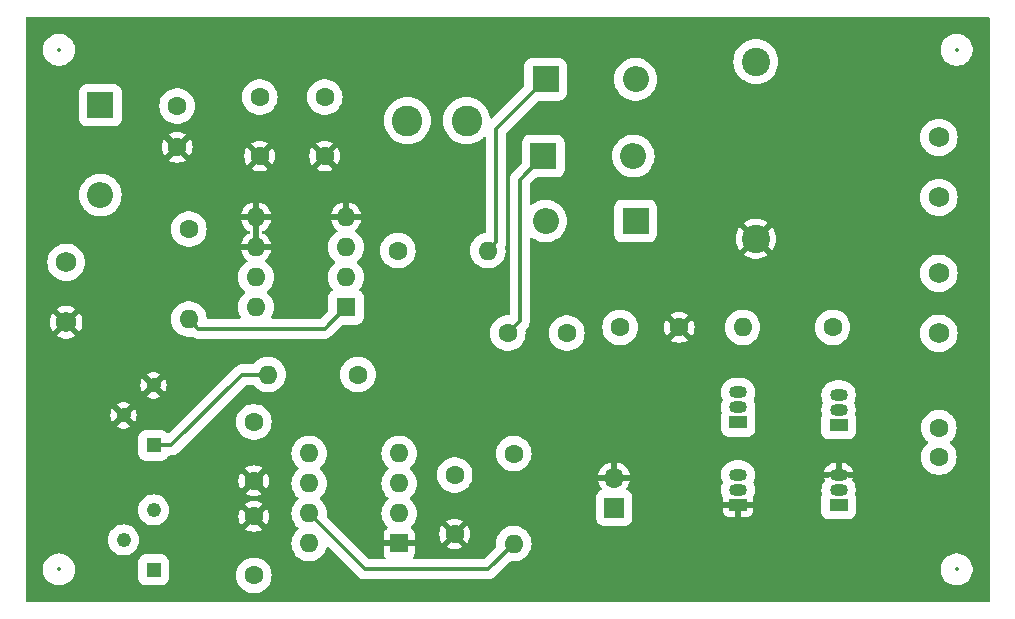
<source format=gbr>
%TF.GenerationSoftware,KiCad,Pcbnew,8.0.2*%
%TF.CreationDate,2024-05-31T22:34:32-04:00*%
%TF.ProjectId,EL Driver,454c2044-7269-4766-9572-2e6b69636164,rev?*%
%TF.SameCoordinates,Original*%
%TF.FileFunction,Copper,L2,Bot*%
%TF.FilePolarity,Positive*%
%FSLAX46Y46*%
G04 Gerber Fmt 4.6, Leading zero omitted, Abs format (unit mm)*
G04 Created by KiCad (PCBNEW 8.0.2) date 2024-05-31 22:34:32*
%MOMM*%
%LPD*%
G01*
G04 APERTURE LIST*
%TA.AperFunction,ComponentPad*%
%ADD10R,1.600000X1.600000*%
%TD*%
%TA.AperFunction,ComponentPad*%
%ADD11O,1.600000X1.600000*%
%TD*%
%TA.AperFunction,ComponentPad*%
%ADD12C,1.222000*%
%TD*%
%TA.AperFunction,ComponentPad*%
%ADD13R,1.222000X1.222000*%
%TD*%
%TA.AperFunction,ComponentPad*%
%ADD14C,1.600000*%
%TD*%
%TA.AperFunction,ComponentPad*%
%ADD15R,1.500000X1.050000*%
%TD*%
%TA.AperFunction,ComponentPad*%
%ADD16O,1.500000X1.050000*%
%TD*%
%TA.AperFunction,ComponentPad*%
%ADD17C,2.600000*%
%TD*%
%TA.AperFunction,ComponentPad*%
%ADD18C,1.752600*%
%TD*%
%TA.AperFunction,ComponentPad*%
%ADD19O,1.700000X1.700000*%
%TD*%
%TA.AperFunction,ComponentPad*%
%ADD20R,1.700000X1.700000*%
%TD*%
%TA.AperFunction,ComponentPad*%
%ADD21O,2.200000X2.200000*%
%TD*%
%TA.AperFunction,ComponentPad*%
%ADD22R,2.200000X2.200000*%
%TD*%
%TA.AperFunction,ComponentPad*%
%ADD23C,2.400000*%
%TD*%
%TA.AperFunction,Conductor*%
%ADD24C,0.300000*%
%TD*%
%ADD25C,0.350000*%
G04 APERTURE END LIST*
D10*
%TO.P,U2,1,GND*%
%TO.N,GND*%
X89800000Y-93800000D03*
D11*
%TO.P,U2,2,TR*%
%TO.N,Net-(U2-THR)*%
X89800000Y-91260000D03*
%TO.P,U2,3,Q*%
%TO.N,/CLK*%
X89800000Y-88720000D03*
%TO.P,U2,4,R*%
%TO.N,+12V*%
X89800000Y-86180000D03*
%TO.P,U2,5,CV*%
%TO.N,Net-(U2-CV)*%
X82180000Y-86180000D03*
%TO.P,U2,6,THR*%
%TO.N,Net-(U2-THR)*%
X82180000Y-88720000D03*
%TO.P,U2,7,DIS*%
%TO.N,Net-(U2-DIS)*%
X82180000Y-91260000D03*
%TO.P,U2,8,VCC*%
%TO.N,+12V*%
X82180000Y-93800000D03*
%TD*%
D10*
%TO.P,U1,1,Ilim*%
%TO.N,Net-(U1-Ilim)*%
X85300000Y-73800000D03*
D11*
%TO.P,U1,2,Vin*%
%TO.N,+12V*%
X85300000Y-71260000D03*
%TO.P,U1,3,SW1*%
%TO.N,Net-(D4-A)*%
X85300000Y-68720000D03*
%TO.P,U1,4,SW2*%
%TO.N,GND*%
X85300000Y-66180000D03*
%TO.P,U1,5,GND*%
X77680000Y-66180000D03*
%TO.P,U1,6,A0*%
X77680000Y-68720000D03*
%TO.P,U1,7,SET*%
%TO.N,unconnected-(U1-SET-Pad7)*%
X77680000Y-71260000D03*
%TO.P,U1,8,FB*%
%TO.N,Net-(U1-FB)*%
X77680000Y-73800000D03*
%TD*%
D12*
%TO.P,RV2,3,3*%
%TO.N,Net-(U2-DIS)*%
X69000000Y-90960000D03*
%TO.P,RV2,2,2*%
%TO.N,Net-(U2-THR)*%
X66460000Y-93500000D03*
D13*
%TO.P,RV2,1,1*%
X69000000Y-96040000D03*
%TD*%
%TO.P,RV1,1,1*%
%TO.N,Net-(R4-Pad2)*%
X69000000Y-85500000D03*
D12*
%TO.P,RV1,2,2*%
%TO.N,GND*%
X66460000Y-82960000D03*
%TO.P,RV1,3,3*%
X69000000Y-80420000D03*
%TD*%
D11*
%TO.P,R5,2*%
%TO.N,Net-(U2-DIS)*%
X99500000Y-93810000D03*
D14*
%TO.P,R5,1*%
%TO.N,+12V*%
X99500000Y-86190000D03*
%TD*%
D11*
%TO.P,R4,2*%
%TO.N,Net-(R4-Pad2)*%
X78690000Y-79500000D03*
D14*
%TO.P,R4,1*%
%TO.N,Net-(U1-FB)*%
X86310000Y-79500000D03*
%TD*%
D11*
%TO.P,R3,2*%
%TO.N,Net-(D1-K)*%
X97310000Y-69000000D03*
D14*
%TO.P,R3,1*%
%TO.N,Net-(U1-FB)*%
X89690000Y-69000000D03*
%TD*%
%TO.P,R2,1*%
%TO.N,+12V*%
X72000000Y-67190000D03*
D11*
%TO.P,R2,2*%
%TO.N,Net-(U1-Ilim)*%
X72000000Y-74810000D03*
%TD*%
D14*
%TO.P,R1,1*%
%TO.N,Net-(D1-K)*%
X126500000Y-75500000D03*
D11*
%TO.P,R1,2*%
%TO.N,Net-(Q1-B)*%
X118880000Y-75500000D03*
%TD*%
D15*
%TO.P,Q4,1,E*%
%TO.N,GND*%
X118500000Y-90540000D03*
D16*
%TO.P,Q4,2,B*%
%TO.N,/CLK*%
X118500000Y-89270000D03*
%TO.P,Q4,3,C*%
%TO.N,Net-(Q1-B)*%
X118500000Y-88000000D03*
%TD*%
D15*
%TO.P,Q3,1,E*%
%TO.N,Net-(Q2-E)*%
X127000000Y-90540000D03*
D16*
%TO.P,Q3,2,B*%
%TO.N,Net-(Q1-B)*%
X127000000Y-89270000D03*
%TO.P,Q3,3,C*%
%TO.N,GND*%
X127000000Y-88000000D03*
%TD*%
D15*
%TO.P,Q2,1,E*%
%TO.N,Net-(Q2-E)*%
X127000000Y-83770000D03*
D16*
%TO.P,Q2,2,B*%
%TO.N,Net-(Q1-E)*%
X127000000Y-82500000D03*
%TO.P,Q2,3,C*%
%TO.N,Net-(D1-K)*%
X127000000Y-81230000D03*
%TD*%
D15*
%TO.P,Q1,1,E*%
%TO.N,Net-(Q1-E)*%
X118500000Y-83540000D03*
D16*
%TO.P,Q1,2,B*%
%TO.N,Net-(Q1-B)*%
X118500000Y-82270000D03*
%TO.P,Q1,3,C*%
%TO.N,Net-(D1-K)*%
X118500000Y-81000000D03*
%TD*%
D17*
%TO.P,L1,2,2*%
%TO.N,Net-(D4-A)*%
X95500000Y-58000000D03*
%TO.P,L1,1,1*%
%TO.N,+12V*%
X90500000Y-58000000D03*
%TD*%
D18*
%TO.P,J4,1,1*%
%TO.N,Vdrive*%
X135500000Y-70920000D03*
%TO.P,J4,2,2*%
X135500000Y-76000000D03*
%TD*%
%TO.P,J3,1,1*%
%TO.N,Vdrive*%
X135500000Y-59420000D03*
%TO.P,J3,2,2*%
X135500000Y-64500000D03*
%TD*%
D19*
%TO.P,J2,2,Pin_2*%
%TO.N,GND*%
X108000000Y-88235000D03*
D20*
%TO.P,J2,1,Pin_1*%
%TO.N,/CLK*%
X108000000Y-90775000D03*
%TD*%
D18*
%TO.P,J1,2,2*%
%TO.N,GND*%
X61597301Y-75073400D03*
%TO.P,J1,1,1*%
%TO.N,+VDC*%
X61597301Y-69993400D03*
%TD*%
D21*
%TO.P,D4,2,A*%
%TO.N,Net-(D4-A)*%
X102190000Y-66500000D03*
D22*
%TO.P,D4,1,K*%
%TO.N,Net-(D2-A)*%
X109810000Y-66500000D03*
%TD*%
%TO.P,D3,1,K*%
%TO.N,+12V*%
X64500000Y-56690000D03*
D21*
%TO.P,D3,2,A*%
%TO.N,+VDC*%
X64500000Y-64310000D03*
%TD*%
D22*
%TO.P,D2,1,K*%
%TO.N,Net-(D1-A)*%
X102000000Y-61000000D03*
D21*
%TO.P,D2,2,A*%
%TO.N,Net-(D2-A)*%
X109620000Y-61000000D03*
%TD*%
%TO.P,D1,2,A*%
%TO.N,Net-(D1-A)*%
X109810000Y-54500000D03*
D22*
%TO.P,D1,1,K*%
%TO.N,Net-(D1-K)*%
X102190000Y-54500000D03*
%TD*%
D14*
%TO.P,C10,2*%
%TO.N,GND*%
X77500000Y-91500000D03*
%TO.P,C10,1*%
%TO.N,Net-(U2-THR)*%
X77500000Y-96500000D03*
%TD*%
%TO.P,C9,2*%
%TO.N,GND*%
X94500000Y-93000000D03*
%TO.P,C9,1*%
%TO.N,Net-(U2-CV)*%
X94500000Y-88000000D03*
%TD*%
%TO.P,C8,2*%
%TO.N,GND*%
X77500000Y-88500000D03*
%TO.P,C8,1*%
%TO.N,+12V*%
X77500000Y-83500000D03*
%TD*%
D23*
%TO.P,C7,2*%
%TO.N,GND*%
X120000000Y-68000000D03*
%TO.P,C7,1*%
%TO.N,Net-(D1-K)*%
X120000000Y-53000000D03*
%TD*%
D14*
%TO.P,C6,1*%
%TO.N,Net-(Q2-E)*%
X135500000Y-86500000D03*
%TO.P,C6,2*%
%TO.N,Vdrive*%
X135500000Y-84000000D03*
%TD*%
%TO.P,C5,2*%
%TO.N,GND*%
X113500000Y-75500000D03*
%TO.P,C5,1*%
%TO.N,Net-(D2-A)*%
X108500000Y-75500000D03*
%TD*%
%TO.P,C4,1*%
%TO.N,+12V*%
X83500000Y-56000000D03*
%TO.P,C4,2*%
%TO.N,GND*%
X83500000Y-61000000D03*
%TD*%
%TO.P,C3,1*%
%TO.N,+12V*%
X78000000Y-56000000D03*
%TO.P,C3,2*%
%TO.N,GND*%
X78000000Y-61000000D03*
%TD*%
%TO.P,C2,1*%
%TO.N,+12V*%
X71000000Y-56750000D03*
%TO.P,C2,2*%
%TO.N,GND*%
X71000000Y-60250000D03*
%TD*%
%TO.P,C1,2*%
%TO.N,Net-(D1-A)*%
X99000000Y-76000000D03*
%TO.P,C1,1*%
%TO.N,Net-(D4-A)*%
X104000000Y-76000000D03*
%TD*%
D24*
%TO.N,Net-(R4-Pad2)*%
X76500000Y-79500000D02*
X78690000Y-79500000D01*
X69000000Y-85500000D02*
X70500000Y-85500000D01*
X70500000Y-85500000D02*
X76500000Y-79500000D01*
%TO.N,Net-(U1-Ilim)*%
X83490001Y-75609999D02*
X85300000Y-73800000D01*
X72799999Y-75609999D02*
X83490001Y-75609999D01*
X72000000Y-74810000D02*
X72799999Y-75609999D01*
%TO.N,Net-(U2-DIS)*%
X86920000Y-96000000D02*
X82180000Y-91260000D01*
X97310000Y-96000000D02*
X86920000Y-96000000D01*
X99500000Y-93810000D02*
X97310000Y-96000000D01*
%TO.N,Net-(D1-A)*%
X100000000Y-75000000D02*
X99000000Y-76000000D01*
X100000000Y-63000000D02*
X100000000Y-75000000D01*
X102000000Y-61000000D02*
X100000000Y-63000000D01*
%TO.N,Net-(D1-K)*%
X98000000Y-68310000D02*
X97310000Y-69000000D01*
X98000000Y-58690000D02*
X98000000Y-68310000D01*
X102190000Y-54500000D02*
X98000000Y-58690000D01*
%TD*%
%TA.AperFunction,Conductor*%
%TO.N,GND*%
G36*
X77930000Y-68404314D02*
G01*
X77925606Y-68399920D01*
X77834394Y-68347259D01*
X77732661Y-68320000D01*
X77627339Y-68320000D01*
X77525606Y-68347259D01*
X77434394Y-68399920D01*
X77430000Y-68404314D01*
X77430000Y-66495686D01*
X77434394Y-66500080D01*
X77525606Y-66552741D01*
X77627339Y-66580000D01*
X77732661Y-66580000D01*
X77834394Y-66552741D01*
X77925606Y-66500080D01*
X77930000Y-66495686D01*
X77930000Y-68404314D01*
G37*
%TD.AperFunction*%
%TA.AperFunction,Conductor*%
G36*
X139742539Y-49220185D02*
G01*
X139788294Y-49272989D01*
X139799500Y-49324500D01*
X139799500Y-98675500D01*
X139779815Y-98742539D01*
X139727011Y-98788294D01*
X139675500Y-98799500D01*
X58324500Y-98799500D01*
X58257461Y-98779815D01*
X58211706Y-98727011D01*
X58200500Y-98675500D01*
X58200500Y-95893399D01*
X59645500Y-95893399D01*
X59645500Y-96106600D01*
X59678853Y-96317180D01*
X59678853Y-96317183D01*
X59744734Y-96519944D01*
X59744736Y-96519947D01*
X59841528Y-96709913D01*
X59966846Y-96882397D01*
X60117603Y-97033154D01*
X60290087Y-97158472D01*
X60480053Y-97255264D01*
X60480055Y-97255265D01*
X60669182Y-97316715D01*
X60682821Y-97321147D01*
X60893399Y-97354500D01*
X60893400Y-97354500D01*
X61106600Y-97354500D01*
X61106601Y-97354500D01*
X61317179Y-97321147D01*
X61317182Y-97321146D01*
X61317183Y-97321146D01*
X61519944Y-97255265D01*
X61519944Y-97255264D01*
X61519947Y-97255264D01*
X61709913Y-97158472D01*
X61882397Y-97033154D01*
X62033154Y-96882397D01*
X62158472Y-96709913D01*
X62255264Y-96519947D01*
X62321147Y-96317179D01*
X62354500Y-96106601D01*
X62354500Y-95893399D01*
X62321147Y-95682821D01*
X62321146Y-95682817D01*
X62321146Y-95682816D01*
X62255265Y-95480055D01*
X62255263Y-95480052D01*
X62210532Y-95392261D01*
X62200405Y-95372386D01*
X67688500Y-95372386D01*
X67688500Y-96707613D01*
X67694913Y-96778192D01*
X67694913Y-96778194D01*
X67694914Y-96778196D01*
X67745522Y-96940606D01*
X67801469Y-97033154D01*
X67833530Y-97086188D01*
X67953811Y-97206469D01*
X67953813Y-97206470D01*
X67953815Y-97206472D01*
X68099394Y-97294478D01*
X68261804Y-97345086D01*
X68332384Y-97351500D01*
X68332387Y-97351500D01*
X69667613Y-97351500D01*
X69667616Y-97351500D01*
X69738196Y-97345086D01*
X69900606Y-97294478D01*
X70046185Y-97206472D01*
X70166472Y-97086185D01*
X70254478Y-96940606D01*
X70305086Y-96778196D01*
X70311500Y-96707616D01*
X70311500Y-96499994D01*
X75994357Y-96499994D01*
X75994357Y-96500005D01*
X76014890Y-96747812D01*
X76014892Y-96747824D01*
X76075936Y-96988881D01*
X76175826Y-97216606D01*
X76311833Y-97424782D01*
X76311836Y-97424785D01*
X76480256Y-97607738D01*
X76676491Y-97760474D01*
X76895190Y-97878828D01*
X77130386Y-97959571D01*
X77375665Y-98000500D01*
X77624335Y-98000500D01*
X77869614Y-97959571D01*
X78104810Y-97878828D01*
X78323509Y-97760474D01*
X78519744Y-97607738D01*
X78688164Y-97424785D01*
X78824173Y-97216607D01*
X78924063Y-96988881D01*
X78985108Y-96747821D01*
X78988249Y-96709913D01*
X79005643Y-96500005D01*
X79005643Y-96499994D01*
X78985109Y-96252187D01*
X78985107Y-96252175D01*
X78924063Y-96011118D01*
X78824173Y-95783393D01*
X78688166Y-95575217D01*
X78600560Y-95480052D01*
X78519744Y-95392262D01*
X78323509Y-95239526D01*
X78323507Y-95239525D01*
X78323506Y-95239524D01*
X78104811Y-95121172D01*
X78104802Y-95121169D01*
X77869616Y-95040429D01*
X77624335Y-94999500D01*
X77375665Y-94999500D01*
X77130383Y-95040429D01*
X76895197Y-95121169D01*
X76895188Y-95121172D01*
X76676493Y-95239524D01*
X76480257Y-95392261D01*
X76311833Y-95575217D01*
X76175826Y-95783393D01*
X76075936Y-96011118D01*
X76014892Y-96252175D01*
X76014890Y-96252187D01*
X75994357Y-96499994D01*
X70311500Y-96499994D01*
X70311500Y-95372384D01*
X70305086Y-95301804D01*
X70254478Y-95139394D01*
X70166472Y-94993815D01*
X70166470Y-94993813D01*
X70166469Y-94993811D01*
X70046188Y-94873530D01*
X69900606Y-94785522D01*
X69738196Y-94734914D01*
X69738194Y-94734913D01*
X69738192Y-94734913D01*
X69688778Y-94730423D01*
X69667616Y-94728500D01*
X68332384Y-94728500D01*
X68313145Y-94730248D01*
X68261807Y-94734913D01*
X68099393Y-94785522D01*
X67953811Y-94873530D01*
X67833530Y-94993811D01*
X67745522Y-95139393D01*
X67694913Y-95301807D01*
X67688500Y-95372386D01*
X62200405Y-95372386D01*
X62158472Y-95290087D01*
X62033154Y-95117603D01*
X61882397Y-94966846D01*
X61709913Y-94841528D01*
X61519947Y-94744736D01*
X61519944Y-94744734D01*
X61317181Y-94678853D01*
X61176793Y-94656617D01*
X61106601Y-94645500D01*
X60893399Y-94645500D01*
X60823206Y-94656617D01*
X60682819Y-94678853D01*
X60682816Y-94678853D01*
X60480055Y-94744734D01*
X60480052Y-94744736D01*
X60290086Y-94841528D01*
X60117601Y-94966847D01*
X59966847Y-95117601D01*
X59841528Y-95290086D01*
X59744736Y-95480052D01*
X59744734Y-95480055D01*
X59678853Y-95682816D01*
X59678853Y-95682819D01*
X59645500Y-95893399D01*
X58200500Y-95893399D01*
X58200500Y-93499999D01*
X65143490Y-93499999D01*
X65143490Y-93500000D01*
X65163490Y-93728605D01*
X65163492Y-93728615D01*
X65222882Y-93950265D01*
X65222884Y-93950269D01*
X65222885Y-93950273D01*
X65224807Y-93954394D01*
X65319867Y-94158252D01*
X65319868Y-94158254D01*
X65319869Y-94158255D01*
X65451495Y-94346236D01*
X65613764Y-94508505D01*
X65801745Y-94640131D01*
X66009727Y-94737115D01*
X66009733Y-94737116D01*
X66009734Y-94737117D01*
X66038169Y-94744736D01*
X66231390Y-94796509D01*
X66414278Y-94812509D01*
X66459999Y-94816510D01*
X66460000Y-94816510D01*
X66460001Y-94816510D01*
X66498101Y-94813176D01*
X66688610Y-94796509D01*
X66910273Y-94737115D01*
X67118255Y-94640131D01*
X67306236Y-94508505D01*
X67468505Y-94346236D01*
X67600131Y-94158255D01*
X67697115Y-93950273D01*
X67756509Y-93728610D01*
X67776510Y-93500000D01*
X67756509Y-93271390D01*
X67697115Y-93049727D01*
X67600131Y-92841745D01*
X67468505Y-92653764D01*
X67306236Y-92491495D01*
X67118255Y-92359869D01*
X67118254Y-92359868D01*
X67118252Y-92359867D01*
X67008088Y-92308497D01*
X66910273Y-92262885D01*
X66910269Y-92262884D01*
X66910265Y-92262882D01*
X66688615Y-92203492D01*
X66688605Y-92203490D01*
X66460001Y-92183490D01*
X66459999Y-92183490D01*
X66231394Y-92203490D01*
X66231384Y-92203492D01*
X66009734Y-92262882D01*
X66009725Y-92262886D01*
X65801747Y-92359867D01*
X65789157Y-92368683D01*
X65613764Y-92491495D01*
X65613762Y-92491496D01*
X65613759Y-92491499D01*
X65451499Y-92653759D01*
X65451496Y-92653762D01*
X65451495Y-92653764D01*
X65417537Y-92702261D01*
X65319867Y-92841747D01*
X65222886Y-93049725D01*
X65222882Y-93049734D01*
X65163492Y-93271384D01*
X65163490Y-93271394D01*
X65143490Y-93499999D01*
X58200500Y-93499999D01*
X58200500Y-90959999D01*
X67683490Y-90959999D01*
X67683490Y-90960000D01*
X67703490Y-91188605D01*
X67703492Y-91188615D01*
X67762882Y-91410265D01*
X67762884Y-91410269D01*
X67762885Y-91410273D01*
X67804812Y-91500185D01*
X67859867Y-91618252D01*
X67859868Y-91618254D01*
X67859869Y-91618255D01*
X67991495Y-91806236D01*
X68153764Y-91968505D01*
X68341745Y-92100131D01*
X68549727Y-92197115D01*
X68549733Y-92197116D01*
X68549734Y-92197117D01*
X68573526Y-92203492D01*
X68771390Y-92256509D01*
X68954278Y-92272509D01*
X68999999Y-92276510D01*
X69000000Y-92276510D01*
X69000001Y-92276510D01*
X69038101Y-92273176D01*
X69228610Y-92256509D01*
X69450273Y-92197115D01*
X69658255Y-92100131D01*
X69846236Y-91968505D01*
X70008505Y-91806236D01*
X70140131Y-91618255D01*
X70195276Y-91499997D01*
X76195034Y-91499997D01*
X76195034Y-91500002D01*
X76214858Y-91726599D01*
X76214860Y-91726610D01*
X76273730Y-91946317D01*
X76273735Y-91946331D01*
X76369863Y-92152478D01*
X76420974Y-92225472D01*
X77100000Y-91546446D01*
X77100000Y-91552661D01*
X77127259Y-91654394D01*
X77179920Y-91745606D01*
X77254394Y-91820080D01*
X77345606Y-91872741D01*
X77447339Y-91900000D01*
X77453553Y-91900000D01*
X76774526Y-92579025D01*
X76847513Y-92630132D01*
X76847521Y-92630136D01*
X77053668Y-92726264D01*
X77053682Y-92726269D01*
X77273389Y-92785139D01*
X77273400Y-92785141D01*
X77499998Y-92804966D01*
X77500002Y-92804966D01*
X77726599Y-92785141D01*
X77726610Y-92785139D01*
X77946317Y-92726269D01*
X77946331Y-92726264D01*
X78152478Y-92630136D01*
X78225471Y-92579024D01*
X77546447Y-91900000D01*
X77552661Y-91900000D01*
X77654394Y-91872741D01*
X77745606Y-91820080D01*
X77820080Y-91745606D01*
X77872741Y-91654394D01*
X77900000Y-91552661D01*
X77900000Y-91546447D01*
X78579024Y-92225471D01*
X78630136Y-92152478D01*
X78726264Y-91946331D01*
X78726269Y-91946317D01*
X78785139Y-91726610D01*
X78785141Y-91726599D01*
X78804966Y-91500002D01*
X78804966Y-91499997D01*
X78785141Y-91273400D01*
X78785139Y-91273389D01*
X78726269Y-91053682D01*
X78726264Y-91053668D01*
X78630136Y-90847521D01*
X78630132Y-90847513D01*
X78579025Y-90774526D01*
X77900000Y-91453551D01*
X77900000Y-91447339D01*
X77872741Y-91345606D01*
X77820080Y-91254394D01*
X77745606Y-91179920D01*
X77654394Y-91127259D01*
X77552661Y-91100000D01*
X77546448Y-91100000D01*
X78225472Y-90420974D01*
X78152478Y-90369863D01*
X77946331Y-90273735D01*
X77946317Y-90273730D01*
X77726610Y-90214860D01*
X77726599Y-90214858D01*
X77500002Y-90195034D01*
X77499998Y-90195034D01*
X77273400Y-90214858D01*
X77273389Y-90214860D01*
X77053682Y-90273730D01*
X77053673Y-90273734D01*
X76847516Y-90369866D01*
X76847512Y-90369868D01*
X76774526Y-90420973D01*
X76774526Y-90420974D01*
X77453553Y-91100000D01*
X77447339Y-91100000D01*
X77345606Y-91127259D01*
X77254394Y-91179920D01*
X77179920Y-91254394D01*
X77127259Y-91345606D01*
X77100000Y-91447339D01*
X77100000Y-91453552D01*
X76420974Y-90774526D01*
X76420973Y-90774526D01*
X76369868Y-90847512D01*
X76369866Y-90847516D01*
X76273734Y-91053673D01*
X76273730Y-91053682D01*
X76214860Y-91273389D01*
X76214858Y-91273400D01*
X76195034Y-91499997D01*
X70195276Y-91499997D01*
X70237115Y-91410273D01*
X70296509Y-91188610D01*
X70316510Y-90960000D01*
X70296509Y-90731390D01*
X70237115Y-90509727D01*
X70145698Y-90313683D01*
X70140132Y-90301747D01*
X70120517Y-90273734D01*
X70008505Y-90113764D01*
X69846236Y-89951495D01*
X69658255Y-89819869D01*
X69658254Y-89819868D01*
X69658252Y-89819867D01*
X69487900Y-89740431D01*
X69450273Y-89722885D01*
X69450269Y-89722884D01*
X69450265Y-89722882D01*
X69228615Y-89663492D01*
X69228605Y-89663490D01*
X69000001Y-89643490D01*
X68999999Y-89643490D01*
X68771394Y-89663490D01*
X68771384Y-89663492D01*
X68549734Y-89722882D01*
X68549727Y-89722884D01*
X68549727Y-89722885D01*
X68542481Y-89726264D01*
X68341747Y-89819867D01*
X68244724Y-89887804D01*
X68153764Y-89951495D01*
X68153762Y-89951496D01*
X68153759Y-89951499D01*
X67991499Y-90113759D01*
X67991496Y-90113762D01*
X67991495Y-90113764D01*
X67955619Y-90165000D01*
X67859867Y-90301747D01*
X67762886Y-90509725D01*
X67762882Y-90509734D01*
X67703492Y-90731384D01*
X67703490Y-90731394D01*
X67683490Y-90959999D01*
X58200500Y-90959999D01*
X58200500Y-88499997D01*
X76195034Y-88499997D01*
X76195034Y-88500002D01*
X76214858Y-88726599D01*
X76214860Y-88726610D01*
X76273730Y-88946317D01*
X76273735Y-88946331D01*
X76369863Y-89152478D01*
X76420974Y-89225472D01*
X77100000Y-88546446D01*
X77100000Y-88552661D01*
X77127259Y-88654394D01*
X77179920Y-88745606D01*
X77254394Y-88820080D01*
X77345606Y-88872741D01*
X77447339Y-88900000D01*
X77453553Y-88900000D01*
X76774526Y-89579025D01*
X76847513Y-89630132D01*
X76847521Y-89630136D01*
X77053668Y-89726264D01*
X77053682Y-89726269D01*
X77273389Y-89785139D01*
X77273400Y-89785141D01*
X77499998Y-89804966D01*
X77500002Y-89804966D01*
X77726599Y-89785141D01*
X77726610Y-89785139D01*
X77946317Y-89726269D01*
X77946331Y-89726264D01*
X78152478Y-89630136D01*
X78225471Y-89579024D01*
X77546447Y-88900000D01*
X77552661Y-88900000D01*
X77654394Y-88872741D01*
X77745606Y-88820080D01*
X77820080Y-88745606D01*
X77872741Y-88654394D01*
X77900000Y-88552661D01*
X77900000Y-88546447D01*
X78579024Y-89225471D01*
X78630136Y-89152478D01*
X78726264Y-88946331D01*
X78726269Y-88946317D01*
X78785139Y-88726610D01*
X78785141Y-88726599D01*
X78804966Y-88500002D01*
X78804966Y-88499997D01*
X78785141Y-88273400D01*
X78785139Y-88273389D01*
X78726269Y-88053682D01*
X78726264Y-88053668D01*
X78630136Y-87847521D01*
X78630132Y-87847513D01*
X78579025Y-87774526D01*
X77900000Y-88453551D01*
X77900000Y-88447339D01*
X77872741Y-88345606D01*
X77820080Y-88254394D01*
X77745606Y-88179920D01*
X77654394Y-88127259D01*
X77552661Y-88100000D01*
X77546448Y-88100000D01*
X78225472Y-87420974D01*
X78152478Y-87369863D01*
X77946331Y-87273735D01*
X77946317Y-87273730D01*
X77726610Y-87214860D01*
X77726599Y-87214858D01*
X77500002Y-87195034D01*
X77499998Y-87195034D01*
X77273400Y-87214858D01*
X77273389Y-87214860D01*
X77053682Y-87273730D01*
X77053673Y-87273734D01*
X76847516Y-87369866D01*
X76847512Y-87369868D01*
X76774526Y-87420973D01*
X76774526Y-87420974D01*
X77453553Y-88100000D01*
X77447339Y-88100000D01*
X77345606Y-88127259D01*
X77254394Y-88179920D01*
X77179920Y-88254394D01*
X77127259Y-88345606D01*
X77100000Y-88447339D01*
X77100000Y-88453552D01*
X76420974Y-87774526D01*
X76420973Y-87774526D01*
X76369868Y-87847512D01*
X76369866Y-87847516D01*
X76273734Y-88053673D01*
X76273730Y-88053682D01*
X76214860Y-88273389D01*
X76214858Y-88273400D01*
X76195034Y-88499997D01*
X58200500Y-88499997D01*
X58200500Y-84832384D01*
X67688500Y-84832384D01*
X67688500Y-86167616D01*
X67689626Y-86180005D01*
X67694913Y-86238192D01*
X67694913Y-86238194D01*
X67694914Y-86238196D01*
X67745522Y-86400606D01*
X67830048Y-86540429D01*
X67833530Y-86546188D01*
X67953811Y-86666469D01*
X67953813Y-86666470D01*
X67953815Y-86666472D01*
X68099394Y-86754478D01*
X68261804Y-86805086D01*
X68332384Y-86811500D01*
X68332387Y-86811500D01*
X69667613Y-86811500D01*
X69667616Y-86811500D01*
X69738196Y-86805086D01*
X69900606Y-86754478D01*
X70046185Y-86666472D01*
X70166472Y-86546185D01*
X70248588Y-86410348D01*
X70300115Y-86363162D01*
X70354704Y-86350500D01*
X70583768Y-86350500D01*
X70583769Y-86350499D01*
X70638538Y-86339605D01*
X70748074Y-86317818D01*
X70748078Y-86317816D01*
X70748082Y-86317816D01*
X70793415Y-86299037D01*
X70902863Y-86253704D01*
X71013177Y-86179994D01*
X80674357Y-86179994D01*
X80674357Y-86180005D01*
X80694890Y-86427812D01*
X80694892Y-86427824D01*
X80755936Y-86668881D01*
X80855826Y-86896606D01*
X80991833Y-87104782D01*
X81024245Y-87139991D01*
X81160256Y-87287738D01*
X81243008Y-87352147D01*
X81283821Y-87408857D01*
X81287496Y-87478630D01*
X81252864Y-87539313D01*
X81243014Y-87547848D01*
X81184400Y-87593469D01*
X81160257Y-87612261D01*
X80991833Y-87795217D01*
X80855826Y-88003393D01*
X80755936Y-88231118D01*
X80694892Y-88472175D01*
X80694890Y-88472187D01*
X80674357Y-88719994D01*
X80674357Y-88720005D01*
X80694890Y-88967812D01*
X80694892Y-88967824D01*
X80755936Y-89208881D01*
X80855826Y-89436606D01*
X80991833Y-89644782D01*
X81009055Y-89663490D01*
X81160256Y-89827738D01*
X81243008Y-89892147D01*
X81283821Y-89948857D01*
X81287496Y-90018630D01*
X81252864Y-90079313D01*
X81243014Y-90087848D01*
X81209725Y-90113759D01*
X81160257Y-90152261D01*
X80991833Y-90335217D01*
X80855826Y-90543393D01*
X80755936Y-90771118D01*
X80694892Y-91012175D01*
X80694890Y-91012187D01*
X80674357Y-91259994D01*
X80674357Y-91260005D01*
X80694890Y-91507812D01*
X80694892Y-91507824D01*
X80755936Y-91748881D01*
X80855826Y-91976606D01*
X80991833Y-92184782D01*
X81003188Y-92197117D01*
X81160256Y-92367738D01*
X81243008Y-92432147D01*
X81283821Y-92488857D01*
X81287496Y-92558630D01*
X81252864Y-92619313D01*
X81243014Y-92627848D01*
X81219119Y-92646447D01*
X81160257Y-92692261D01*
X80991833Y-92875217D01*
X80855826Y-93083393D01*
X80755936Y-93311118D01*
X80694892Y-93552175D01*
X80694890Y-93552187D01*
X80674357Y-93799994D01*
X80674357Y-93800005D01*
X80694890Y-94047812D01*
X80694892Y-94047824D01*
X80755936Y-94288881D01*
X80855826Y-94516606D01*
X80991833Y-94724782D01*
X81003188Y-94737117D01*
X81160256Y-94907738D01*
X81356491Y-95060474D01*
X81374971Y-95070475D01*
X81502320Y-95139393D01*
X81575190Y-95178828D01*
X81810386Y-95259571D01*
X82055665Y-95300500D01*
X82304335Y-95300500D01*
X82549614Y-95259571D01*
X82784810Y-95178828D01*
X83003509Y-95060474D01*
X83199744Y-94907738D01*
X83368164Y-94724785D01*
X83504173Y-94516607D01*
X83604063Y-94288881D01*
X83631726Y-94179641D01*
X83667266Y-94119486D01*
X83729686Y-94088094D01*
X83799169Y-94095432D01*
X83839613Y-94122401D01*
X86377831Y-96660620D01*
X86377834Y-96660622D01*
X86377838Y-96660626D01*
X86517137Y-96753704D01*
X86594525Y-96785758D01*
X86594526Y-96785759D01*
X86626575Y-96799034D01*
X86671918Y-96817816D01*
X86836228Y-96850499D01*
X86836232Y-96850500D01*
X86836233Y-96850500D01*
X97393768Y-96850500D01*
X97393769Y-96850499D01*
X97448538Y-96839605D01*
X97558074Y-96817818D01*
X97558078Y-96817816D01*
X97558082Y-96817816D01*
X97603415Y-96799037D01*
X97712863Y-96753704D01*
X97852162Y-96660627D01*
X98619389Y-95893399D01*
X135645500Y-95893399D01*
X135645500Y-96106600D01*
X135678853Y-96317180D01*
X135678853Y-96317183D01*
X135744734Y-96519944D01*
X135744736Y-96519947D01*
X135841528Y-96709913D01*
X135966846Y-96882397D01*
X136117603Y-97033154D01*
X136290087Y-97158472D01*
X136480053Y-97255264D01*
X136480055Y-97255265D01*
X136669182Y-97316715D01*
X136682821Y-97321147D01*
X136893399Y-97354500D01*
X136893400Y-97354500D01*
X137106600Y-97354500D01*
X137106601Y-97354500D01*
X137317179Y-97321147D01*
X137317182Y-97321146D01*
X137317183Y-97321146D01*
X137519944Y-97255265D01*
X137519944Y-97255264D01*
X137519947Y-97255264D01*
X137709913Y-97158472D01*
X137882397Y-97033154D01*
X138033154Y-96882397D01*
X138158472Y-96709913D01*
X138255264Y-96519947D01*
X138321147Y-96317179D01*
X138354500Y-96106601D01*
X138354500Y-95893399D01*
X138321147Y-95682821D01*
X138321146Y-95682817D01*
X138321146Y-95682816D01*
X138255265Y-95480055D01*
X138255263Y-95480052D01*
X138210532Y-95392261D01*
X138158472Y-95290087D01*
X138033154Y-95117603D01*
X137882397Y-94966846D01*
X137709913Y-94841528D01*
X137519947Y-94744736D01*
X137519944Y-94744734D01*
X137317181Y-94678853D01*
X137176793Y-94656617D01*
X137106601Y-94645500D01*
X136893399Y-94645500D01*
X136823206Y-94656617D01*
X136682819Y-94678853D01*
X136682816Y-94678853D01*
X136480055Y-94744734D01*
X136480052Y-94744736D01*
X136290086Y-94841528D01*
X136117601Y-94966847D01*
X135966847Y-95117601D01*
X135841528Y-95290086D01*
X135744736Y-95480052D01*
X135744734Y-95480055D01*
X135678853Y-95682816D01*
X135678853Y-95682819D01*
X135645500Y-95893399D01*
X98619389Y-95893399D01*
X99181950Y-95330837D01*
X99243271Y-95297354D01*
X99290035Y-95296211D01*
X99375665Y-95310500D01*
X99375666Y-95310500D01*
X99624335Y-95310500D01*
X99869614Y-95269571D01*
X100104810Y-95188828D01*
X100323509Y-95070474D01*
X100519744Y-94917738D01*
X100688164Y-94734785D01*
X100824173Y-94526607D01*
X100924063Y-94298881D01*
X100985108Y-94057821D01*
X100985756Y-94050000D01*
X101005643Y-93810005D01*
X101005643Y-93809994D01*
X100985109Y-93562187D01*
X100985107Y-93562175D01*
X100924063Y-93321118D01*
X100824173Y-93093393D01*
X100688166Y-92885217D01*
X100648147Y-92841745D01*
X100519744Y-92702262D01*
X100323509Y-92549526D01*
X100323507Y-92549525D01*
X100323506Y-92549524D01*
X100104811Y-92431172D01*
X100104802Y-92431169D01*
X99869616Y-92350429D01*
X99624335Y-92309500D01*
X99375665Y-92309500D01*
X99130383Y-92350429D01*
X98895197Y-92431169D01*
X98895188Y-92431172D01*
X98676493Y-92549524D01*
X98480257Y-92702261D01*
X98311833Y-92885217D01*
X98175826Y-93093393D01*
X98075936Y-93321118D01*
X98014892Y-93562175D01*
X98014890Y-93562187D01*
X97994357Y-93809994D01*
X97994357Y-93810005D01*
X98012785Y-94032398D01*
X97998704Y-94100834D01*
X97976890Y-94130319D01*
X96994030Y-95113181D01*
X96932707Y-95146666D01*
X96906349Y-95149500D01*
X91060947Y-95149500D01*
X90993908Y-95129815D01*
X90948153Y-95077011D01*
X90938209Y-95007853D01*
X90961681Y-94951189D01*
X91043350Y-94842093D01*
X91043354Y-94842086D01*
X91093596Y-94707379D01*
X91093598Y-94707372D01*
X91099999Y-94647844D01*
X91100000Y-94647827D01*
X91100000Y-94050000D01*
X90115686Y-94050000D01*
X90120080Y-94045606D01*
X90172741Y-93954394D01*
X90200000Y-93852661D01*
X90200000Y-93747339D01*
X90172741Y-93645606D01*
X90120080Y-93554394D01*
X90115686Y-93550000D01*
X91100000Y-93550000D01*
X91100000Y-92999997D01*
X93195034Y-92999997D01*
X93195034Y-93000002D01*
X93214858Y-93226599D01*
X93214860Y-93226610D01*
X93273730Y-93446317D01*
X93273735Y-93446331D01*
X93369863Y-93652478D01*
X93420974Y-93725472D01*
X94100000Y-93046446D01*
X94100000Y-93052661D01*
X94127259Y-93154394D01*
X94179920Y-93245606D01*
X94254394Y-93320080D01*
X94345606Y-93372741D01*
X94447339Y-93400000D01*
X94453553Y-93400000D01*
X93774526Y-94079025D01*
X93847513Y-94130132D01*
X93847521Y-94130136D01*
X94053668Y-94226264D01*
X94053682Y-94226269D01*
X94273389Y-94285139D01*
X94273400Y-94285141D01*
X94499998Y-94304966D01*
X94500002Y-94304966D01*
X94726599Y-94285141D01*
X94726610Y-94285139D01*
X94946317Y-94226269D01*
X94946331Y-94226264D01*
X95152478Y-94130136D01*
X95225471Y-94079024D01*
X94546447Y-93400000D01*
X94552661Y-93400000D01*
X94654394Y-93372741D01*
X94745606Y-93320080D01*
X94820080Y-93245606D01*
X94872741Y-93154394D01*
X94900000Y-93052661D01*
X94900000Y-93046447D01*
X95579024Y-93725471D01*
X95630136Y-93652478D01*
X95726264Y-93446331D01*
X95726269Y-93446317D01*
X95785139Y-93226610D01*
X95785141Y-93226599D01*
X95804966Y-93000002D01*
X95804966Y-92999997D01*
X95785141Y-92773400D01*
X95785139Y-92773389D01*
X95726269Y-92553682D01*
X95726264Y-92553668D01*
X95630136Y-92347521D01*
X95630132Y-92347513D01*
X95579025Y-92274526D01*
X94900000Y-92953551D01*
X94900000Y-92947339D01*
X94872741Y-92845606D01*
X94820080Y-92754394D01*
X94745606Y-92679920D01*
X94654394Y-92627259D01*
X94552661Y-92600000D01*
X94546448Y-92600000D01*
X95225472Y-91920974D01*
X95152478Y-91869863D01*
X94946331Y-91773735D01*
X94946317Y-91773730D01*
X94726610Y-91714860D01*
X94726599Y-91714858D01*
X94500002Y-91695034D01*
X94499998Y-91695034D01*
X94273400Y-91714858D01*
X94273389Y-91714860D01*
X94053682Y-91773730D01*
X94053673Y-91773734D01*
X93847516Y-91869866D01*
X93847512Y-91869868D01*
X93774526Y-91920973D01*
X93774526Y-91920974D01*
X94453553Y-92600000D01*
X94447339Y-92600000D01*
X94345606Y-92627259D01*
X94254394Y-92679920D01*
X94179920Y-92754394D01*
X94127259Y-92845606D01*
X94100000Y-92947339D01*
X94100000Y-92953552D01*
X93420974Y-92274526D01*
X93420973Y-92274526D01*
X93369868Y-92347512D01*
X93369866Y-92347516D01*
X93273734Y-92553673D01*
X93273730Y-92553682D01*
X93214860Y-92773389D01*
X93214858Y-92773400D01*
X93195034Y-92999997D01*
X91100000Y-92999997D01*
X91100000Y-92952172D01*
X91099999Y-92952155D01*
X91093598Y-92892627D01*
X91093596Y-92892620D01*
X91043354Y-92757913D01*
X91043350Y-92757906D01*
X90957190Y-92642812D01*
X90957187Y-92642809D01*
X90835792Y-92551932D01*
X90793921Y-92495998D01*
X90788937Y-92426307D01*
X90818873Y-92368683D01*
X90819740Y-92367740D01*
X90819744Y-92367738D01*
X90988164Y-92184785D01*
X91124173Y-91976607D01*
X91224063Y-91748881D01*
X91285108Y-91507821D01*
X91285109Y-91507812D01*
X91305643Y-91260005D01*
X91305643Y-91259994D01*
X91285109Y-91012187D01*
X91285107Y-91012175D01*
X91224063Y-90771118D01*
X91124173Y-90543393D01*
X90988166Y-90335217D01*
X90964662Y-90309685D01*
X90819744Y-90152262D01*
X90736991Y-90087852D01*
X90696179Y-90031143D01*
X90692504Y-89961370D01*
X90727136Y-89900687D01*
X90736985Y-89892151D01*
X90767519Y-89868386D01*
X106449500Y-89868386D01*
X106449500Y-91681613D01*
X106455913Y-91752192D01*
X106455913Y-91752194D01*
X106455914Y-91752196D01*
X106506522Y-91914606D01*
X106544002Y-91976606D01*
X106594530Y-92060188D01*
X106714811Y-92180469D01*
X106714813Y-92180470D01*
X106714815Y-92180472D01*
X106860394Y-92268478D01*
X107022804Y-92319086D01*
X107093384Y-92325500D01*
X107093387Y-92325500D01*
X108906613Y-92325500D01*
X108906616Y-92325500D01*
X108977196Y-92319086D01*
X109139606Y-92268478D01*
X109285185Y-92180472D01*
X109405472Y-92060185D01*
X109493478Y-91914606D01*
X109544086Y-91752196D01*
X109550500Y-91681616D01*
X109550500Y-89868384D01*
X109544086Y-89797804D01*
X109493478Y-89635394D01*
X109405472Y-89489815D01*
X109405470Y-89489813D01*
X109405469Y-89489811D01*
X109285188Y-89369530D01*
X109285185Y-89369528D01*
X109139606Y-89281522D01*
X109139605Y-89281521D01*
X109139604Y-89281521D01*
X109117470Y-89274624D01*
X109059323Y-89235886D01*
X109031350Y-89171860D01*
X109042432Y-89102875D01*
X109052788Y-89085115D01*
X109173595Y-88912585D01*
X109173599Y-88912579D01*
X109273429Y-88698492D01*
X109273432Y-88698486D01*
X109330636Y-88485000D01*
X108433012Y-88485000D01*
X108465925Y-88427993D01*
X108500000Y-88300826D01*
X108500000Y-88169174D01*
X108465925Y-88042007D01*
X108433012Y-87985000D01*
X109330636Y-87985000D01*
X109330635Y-87984999D01*
X109308811Y-87903551D01*
X117049500Y-87903551D01*
X117049500Y-88096449D01*
X117054380Y-88127259D01*
X117079675Y-88286969D01*
X117079676Y-88286972D01*
X117099974Y-88349444D01*
X117139286Y-88470431D01*
X117194454Y-88578705D01*
X117207350Y-88647375D01*
X117194454Y-88691295D01*
X117139286Y-88799568D01*
X117079675Y-88983030D01*
X117063507Y-89085115D01*
X117049500Y-89173551D01*
X117049500Y-89366449D01*
X117051461Y-89378828D01*
X117079675Y-89556969D01*
X117079676Y-89556972D01*
X117134682Y-89726264D01*
X117139286Y-89740431D01*
X117226858Y-89912300D01*
X117229402Y-89916451D01*
X117228302Y-89917124D01*
X117249797Y-89977357D01*
X117250000Y-89984442D01*
X117250000Y-90290000D01*
X117553675Y-90290000D01*
X117620714Y-90309685D01*
X117626562Y-90313683D01*
X117632696Y-90318140D01*
X117632698Y-90318141D01*
X117804571Y-90405715D01*
X117988028Y-90465324D01*
X118125928Y-90487165D01*
X118125000Y-90490630D01*
X118125000Y-90589370D01*
X118150556Y-90684745D01*
X118199925Y-90770255D01*
X118219670Y-90790000D01*
X117250000Y-90790000D01*
X117250000Y-91112844D01*
X117256401Y-91172372D01*
X117256403Y-91172379D01*
X117306645Y-91307086D01*
X117306649Y-91307093D01*
X117392809Y-91422187D01*
X117392812Y-91422190D01*
X117507906Y-91508350D01*
X117507913Y-91508354D01*
X117642620Y-91558596D01*
X117642627Y-91558598D01*
X117702155Y-91564999D01*
X117702172Y-91565000D01*
X118250000Y-91565000D01*
X118250000Y-90820330D01*
X118269745Y-90840075D01*
X118355255Y-90889444D01*
X118450630Y-90915000D01*
X118549370Y-90915000D01*
X118644745Y-90889444D01*
X118730255Y-90840075D01*
X118750000Y-90820330D01*
X118750000Y-91565000D01*
X119297828Y-91565000D01*
X119297844Y-91564999D01*
X119357372Y-91558598D01*
X119357379Y-91558596D01*
X119492086Y-91508354D01*
X119492093Y-91508350D01*
X119607187Y-91422190D01*
X119607190Y-91422187D01*
X119693350Y-91307093D01*
X119693354Y-91307086D01*
X119743596Y-91172379D01*
X119743598Y-91172372D01*
X119749999Y-91112844D01*
X119750000Y-91112827D01*
X119750000Y-90790000D01*
X118780330Y-90790000D01*
X118800075Y-90770255D01*
X118849444Y-90684745D01*
X118875000Y-90589370D01*
X118875000Y-90490630D01*
X118874071Y-90487165D01*
X119011972Y-90465324D01*
X119195429Y-90405715D01*
X119367302Y-90318141D01*
X119373438Y-90313683D01*
X119439245Y-90290202D01*
X119446325Y-90290000D01*
X119750000Y-90290000D01*
X119750000Y-89984443D01*
X119769685Y-89917404D01*
X119772864Y-89912753D01*
X119773136Y-89912310D01*
X119773137Y-89912306D01*
X119773141Y-89912302D01*
X119860715Y-89740429D01*
X119920324Y-89556972D01*
X119950500Y-89366449D01*
X119950500Y-89173551D01*
X125549500Y-89173551D01*
X125549500Y-89366449D01*
X125551461Y-89378828D01*
X125579675Y-89556969D01*
X125579676Y-89556973D01*
X125607974Y-89644067D01*
X125609969Y-89713908D01*
X125608429Y-89719273D01*
X125606522Y-89725394D01*
X125555914Y-89887804D01*
X125555520Y-89892146D01*
X125549500Y-89958386D01*
X125549500Y-91121613D01*
X125555913Y-91192192D01*
X125555913Y-91192194D01*
X125555914Y-91192196D01*
X125606522Y-91354606D01*
X125694417Y-91500002D01*
X125694530Y-91500188D01*
X125814811Y-91620469D01*
X125814813Y-91620470D01*
X125814815Y-91620472D01*
X125960394Y-91708478D01*
X126122804Y-91759086D01*
X126193384Y-91765500D01*
X126193387Y-91765500D01*
X127806613Y-91765500D01*
X127806616Y-91765500D01*
X127877196Y-91759086D01*
X128039606Y-91708478D01*
X128185185Y-91620472D01*
X128305472Y-91500185D01*
X128393478Y-91354606D01*
X128444086Y-91192196D01*
X128450500Y-91121616D01*
X128450500Y-89958384D01*
X128444086Y-89887804D01*
X128393478Y-89725394D01*
X128393477Y-89725393D01*
X128391570Y-89719271D01*
X128390420Y-89649411D01*
X128392024Y-89644067D01*
X128420324Y-89556972D01*
X128450500Y-89366449D01*
X128450500Y-89173551D01*
X128420324Y-88983028D01*
X128360715Y-88799571D01*
X128273141Y-88627698D01*
X128237546Y-88578705D01*
X128187414Y-88509704D01*
X128163934Y-88443898D01*
X128173171Y-88389366D01*
X128210609Y-88298982D01*
X128210611Y-88298974D01*
X128220353Y-88250000D01*
X127946325Y-88250000D01*
X127879286Y-88230315D01*
X127873438Y-88226317D01*
X127867303Y-88221859D01*
X127695431Y-88134286D01*
X127695430Y-88134285D01*
X127695429Y-88134285D01*
X127511972Y-88074676D01*
X127511970Y-88074675D01*
X127511969Y-88074675D01*
X127374071Y-88052834D01*
X127375000Y-88049370D01*
X127375000Y-87950630D01*
X127349444Y-87855255D01*
X127300075Y-87769745D01*
X127280330Y-87750000D01*
X128220353Y-87750000D01*
X128210612Y-87701025D01*
X128210609Y-87701016D01*
X128133347Y-87514486D01*
X128133340Y-87514473D01*
X128021170Y-87346600D01*
X128021167Y-87346596D01*
X127878403Y-87203832D01*
X127878399Y-87203829D01*
X127710526Y-87091659D01*
X127710513Y-87091652D01*
X127523983Y-87014390D01*
X127523974Y-87014387D01*
X127325958Y-86975000D01*
X127250000Y-86975000D01*
X127250000Y-87719670D01*
X127230255Y-87699925D01*
X127144745Y-87650556D01*
X127049370Y-87625000D01*
X126950630Y-87625000D01*
X126855255Y-87650556D01*
X126769745Y-87699925D01*
X126750000Y-87719670D01*
X126750000Y-86975000D01*
X126674041Y-86975000D01*
X126476025Y-87014387D01*
X126476016Y-87014390D01*
X126289486Y-87091652D01*
X126289473Y-87091659D01*
X126121600Y-87203829D01*
X126121596Y-87203832D01*
X125978832Y-87346596D01*
X125978829Y-87346600D01*
X125866659Y-87514473D01*
X125866652Y-87514486D01*
X125789390Y-87701016D01*
X125789387Y-87701025D01*
X125779647Y-87750000D01*
X126719670Y-87750000D01*
X126699925Y-87769745D01*
X126650556Y-87855255D01*
X126625000Y-87950630D01*
X126625000Y-88049370D01*
X126625928Y-88052834D01*
X126488030Y-88074675D01*
X126304568Y-88134286D01*
X126132696Y-88221859D01*
X126126562Y-88226317D01*
X126060755Y-88249798D01*
X126053675Y-88250000D01*
X125779647Y-88250000D01*
X125789387Y-88298974D01*
X125789390Y-88298983D01*
X125826828Y-88389367D01*
X125834297Y-88458837D01*
X125812585Y-88509704D01*
X125726861Y-88627694D01*
X125639286Y-88799568D01*
X125579675Y-88983030D01*
X125563507Y-89085115D01*
X125549500Y-89173551D01*
X119950500Y-89173551D01*
X119920324Y-88983028D01*
X119860715Y-88799571D01*
X119805543Y-88691291D01*
X119792648Y-88622626D01*
X119805542Y-88578709D01*
X119860715Y-88470429D01*
X119920324Y-88286972D01*
X119950500Y-88096449D01*
X119950500Y-87903551D01*
X119920324Y-87713028D01*
X119860715Y-87529571D01*
X119773141Y-87357698D01*
X119659759Y-87201641D01*
X119523359Y-87065241D01*
X119367302Y-86951859D01*
X119195429Y-86864285D01*
X119011972Y-86804676D01*
X119011970Y-86804675D01*
X119011969Y-86804675D01*
X118865614Y-86781495D01*
X118821449Y-86774500D01*
X118178551Y-86774500D01*
X118142697Y-86780178D01*
X117988030Y-86804675D01*
X117804568Y-86864286D01*
X117632697Y-86951859D01*
X117546636Y-87014387D01*
X117476641Y-87065241D01*
X117476639Y-87065243D01*
X117476638Y-87065243D01*
X117340243Y-87201638D01*
X117340243Y-87201639D01*
X117340241Y-87201641D01*
X117329368Y-87216607D01*
X117226859Y-87357697D01*
X117139286Y-87529568D01*
X117079675Y-87713030D01*
X117058375Y-87847516D01*
X117049500Y-87903551D01*
X109308811Y-87903551D01*
X109273432Y-87771513D01*
X109273429Y-87771507D01*
X109173600Y-87557422D01*
X109173599Y-87557420D01*
X109038113Y-87363926D01*
X109038108Y-87363920D01*
X108871082Y-87196894D01*
X108677578Y-87061399D01*
X108463492Y-86961570D01*
X108463486Y-86961567D01*
X108250000Y-86904364D01*
X108250000Y-87801988D01*
X108192993Y-87769075D01*
X108065826Y-87735000D01*
X107934174Y-87735000D01*
X107807007Y-87769075D01*
X107750000Y-87801988D01*
X107750000Y-86904364D01*
X107749999Y-86904364D01*
X107536513Y-86961567D01*
X107536507Y-86961570D01*
X107322422Y-87061399D01*
X107322420Y-87061400D01*
X107128926Y-87196886D01*
X107128920Y-87196891D01*
X106961891Y-87363920D01*
X106961886Y-87363926D01*
X106826400Y-87557420D01*
X106826399Y-87557422D01*
X106726570Y-87771507D01*
X106726567Y-87771513D01*
X106669364Y-87984999D01*
X106669364Y-87985000D01*
X107566988Y-87985000D01*
X107534075Y-88042007D01*
X107500000Y-88169174D01*
X107500000Y-88300826D01*
X107534075Y-88427993D01*
X107566988Y-88485000D01*
X106669364Y-88485000D01*
X106726567Y-88698486D01*
X106726570Y-88698492D01*
X106826400Y-88912579D01*
X106826404Y-88912585D01*
X106947212Y-89085115D01*
X106969540Y-89151321D01*
X106952530Y-89219088D01*
X106901583Y-89266902D01*
X106882530Y-89274624D01*
X106860395Y-89281521D01*
X106714811Y-89369530D01*
X106594530Y-89489811D01*
X106506522Y-89635393D01*
X106455913Y-89797807D01*
X106449500Y-89868386D01*
X90767519Y-89868386D01*
X90819744Y-89827738D01*
X90988164Y-89644785D01*
X91124173Y-89436607D01*
X91224063Y-89208881D01*
X91285108Y-88967821D01*
X91288674Y-88924785D01*
X91305643Y-88720005D01*
X91305643Y-88719994D01*
X91285109Y-88472187D01*
X91285107Y-88472175D01*
X91224063Y-88231118D01*
X91124173Y-88003393D01*
X91121952Y-87999994D01*
X92994357Y-87999994D01*
X92994357Y-88000005D01*
X93014890Y-88247812D01*
X93014892Y-88247824D01*
X93075936Y-88488881D01*
X93175826Y-88716606D01*
X93311833Y-88924782D01*
X93331670Y-88946331D01*
X93480256Y-89107738D01*
X93676491Y-89260474D01*
X93715384Y-89281522D01*
X93872315Y-89366449D01*
X93895190Y-89378828D01*
X94130386Y-89459571D01*
X94375665Y-89500500D01*
X94624335Y-89500500D01*
X94869614Y-89459571D01*
X95104810Y-89378828D01*
X95323509Y-89260474D01*
X95519744Y-89107738D01*
X95688164Y-88924785D01*
X95824173Y-88716607D01*
X95924063Y-88488881D01*
X95985108Y-88247821D01*
X95986890Y-88226317D01*
X96005643Y-88000005D01*
X96005643Y-87999994D01*
X95985109Y-87752187D01*
X95985107Y-87752175D01*
X95924063Y-87511118D01*
X95824173Y-87283393D01*
X95688166Y-87075217D01*
X95666557Y-87051744D01*
X95519744Y-86892262D01*
X95323509Y-86739526D01*
X95323507Y-86739525D01*
X95323506Y-86739524D01*
X95104811Y-86621172D01*
X95104802Y-86621169D01*
X94869616Y-86540429D01*
X94624335Y-86499500D01*
X94375665Y-86499500D01*
X94130383Y-86540429D01*
X93895197Y-86621169D01*
X93895188Y-86621172D01*
X93676493Y-86739524D01*
X93480257Y-86892261D01*
X93311833Y-87075217D01*
X93175826Y-87283393D01*
X93075936Y-87511118D01*
X93014892Y-87752175D01*
X93014890Y-87752187D01*
X92994357Y-87999994D01*
X91121952Y-87999994D01*
X90988166Y-87795217D01*
X90948554Y-87752187D01*
X90819744Y-87612262D01*
X90736991Y-87547852D01*
X90696179Y-87491143D01*
X90692504Y-87421370D01*
X90727136Y-87360687D01*
X90736985Y-87352151D01*
X90819744Y-87287738D01*
X90988164Y-87104785D01*
X91124173Y-86896607D01*
X91224063Y-86668881D01*
X91285108Y-86427821D01*
X91294223Y-86317818D01*
X91304815Y-86189994D01*
X97994357Y-86189994D01*
X97994357Y-86190005D01*
X98014890Y-86437812D01*
X98014892Y-86437824D01*
X98075936Y-86678881D01*
X98175826Y-86906606D01*
X98311833Y-87114782D01*
X98311836Y-87114785D01*
X98480256Y-87297738D01*
X98676491Y-87450474D01*
X98676493Y-87450475D01*
X98874113Y-87557422D01*
X98895190Y-87568828D01*
X99130386Y-87649571D01*
X99375665Y-87690500D01*
X99624335Y-87690500D01*
X99869614Y-87649571D01*
X100104810Y-87568828D01*
X100323509Y-87450474D01*
X100519744Y-87297738D01*
X100688164Y-87114785D01*
X100824173Y-86906607D01*
X100924063Y-86678881D01*
X100985108Y-86437821D01*
X100985109Y-86437812D01*
X101005643Y-86190005D01*
X101005643Y-86189994D01*
X100985109Y-85942187D01*
X100985107Y-85942175D01*
X100924063Y-85701118D01*
X100824173Y-85473393D01*
X100688166Y-85265217D01*
X100591939Y-85160687D01*
X100519744Y-85082262D01*
X100323509Y-84929526D01*
X100323507Y-84929525D01*
X100323506Y-84929524D01*
X100104811Y-84811172D01*
X100104802Y-84811169D01*
X99869616Y-84730429D01*
X99624335Y-84689500D01*
X99375665Y-84689500D01*
X99130383Y-84730429D01*
X98895197Y-84811169D01*
X98895188Y-84811172D01*
X98676493Y-84929524D01*
X98480257Y-85082261D01*
X98311833Y-85265217D01*
X98175826Y-85473393D01*
X98075936Y-85701118D01*
X98014892Y-85942175D01*
X98014890Y-85942187D01*
X97994357Y-86189994D01*
X91304815Y-86189994D01*
X91305643Y-86180005D01*
X91305643Y-86179994D01*
X91285109Y-85932187D01*
X91285107Y-85932175D01*
X91224063Y-85691118D01*
X91124173Y-85463393D01*
X90988166Y-85255217D01*
X90966557Y-85231744D01*
X90819744Y-85072262D01*
X90623509Y-84919526D01*
X90623507Y-84919525D01*
X90623506Y-84919524D01*
X90404811Y-84801172D01*
X90404802Y-84801169D01*
X90169616Y-84720429D01*
X89924335Y-84679500D01*
X89675665Y-84679500D01*
X89430383Y-84720429D01*
X89195197Y-84801169D01*
X89195188Y-84801172D01*
X88976493Y-84919524D01*
X88780257Y-85072261D01*
X88611833Y-85255217D01*
X88475826Y-85463393D01*
X88375936Y-85691118D01*
X88314892Y-85932175D01*
X88314890Y-85932187D01*
X88294357Y-86179994D01*
X88294357Y-86180005D01*
X88314890Y-86427812D01*
X88314892Y-86427824D01*
X88375936Y-86668881D01*
X88475826Y-86896606D01*
X88611833Y-87104782D01*
X88644245Y-87139991D01*
X88780256Y-87287738D01*
X88863008Y-87352147D01*
X88903821Y-87408857D01*
X88907496Y-87478630D01*
X88872864Y-87539313D01*
X88863014Y-87547848D01*
X88804400Y-87593469D01*
X88780257Y-87612261D01*
X88611833Y-87795217D01*
X88475826Y-88003393D01*
X88375936Y-88231118D01*
X88314892Y-88472175D01*
X88314890Y-88472187D01*
X88294357Y-88719994D01*
X88294357Y-88720005D01*
X88314890Y-88967812D01*
X88314892Y-88967824D01*
X88375936Y-89208881D01*
X88475826Y-89436606D01*
X88611833Y-89644782D01*
X88629055Y-89663490D01*
X88780256Y-89827738D01*
X88863008Y-89892147D01*
X88903821Y-89948857D01*
X88907496Y-90018630D01*
X88872864Y-90079313D01*
X88863014Y-90087848D01*
X88829725Y-90113759D01*
X88780257Y-90152261D01*
X88611833Y-90335217D01*
X88475826Y-90543393D01*
X88375936Y-90771118D01*
X88314892Y-91012175D01*
X88314890Y-91012187D01*
X88294357Y-91259994D01*
X88294357Y-91260005D01*
X88314890Y-91507812D01*
X88314892Y-91507824D01*
X88375936Y-91748881D01*
X88475826Y-91976606D01*
X88611833Y-92184782D01*
X88781126Y-92368683D01*
X88812048Y-92431338D01*
X88804188Y-92500764D01*
X88764208Y-92551932D01*
X88642809Y-92642812D01*
X88556649Y-92757906D01*
X88556645Y-92757913D01*
X88506403Y-92892620D01*
X88506401Y-92892627D01*
X88500000Y-92952155D01*
X88500000Y-93550000D01*
X89484314Y-93550000D01*
X89479920Y-93554394D01*
X89427259Y-93645606D01*
X89400000Y-93747339D01*
X89400000Y-93852661D01*
X89427259Y-93954394D01*
X89479920Y-94045606D01*
X89484314Y-94050000D01*
X88500000Y-94050000D01*
X88500000Y-94647844D01*
X88506401Y-94707372D01*
X88506403Y-94707379D01*
X88556645Y-94842086D01*
X88556649Y-94842093D01*
X88638319Y-94951189D01*
X88662737Y-95016653D01*
X88647886Y-95084926D01*
X88598481Y-95134332D01*
X88539053Y-95149500D01*
X87323650Y-95149500D01*
X87256611Y-95129815D01*
X87235969Y-95113181D01*
X83703109Y-91580320D01*
X83669624Y-91518997D01*
X83667214Y-91482402D01*
X83677804Y-91354606D01*
X83685643Y-91260005D01*
X83685643Y-91259994D01*
X83665109Y-91012187D01*
X83665107Y-91012175D01*
X83604063Y-90771118D01*
X83504173Y-90543393D01*
X83368166Y-90335217D01*
X83344662Y-90309685D01*
X83199744Y-90152262D01*
X83116991Y-90087852D01*
X83076179Y-90031143D01*
X83072504Y-89961370D01*
X83107136Y-89900687D01*
X83116985Y-89892151D01*
X83199744Y-89827738D01*
X83368164Y-89644785D01*
X83504173Y-89436607D01*
X83604063Y-89208881D01*
X83665108Y-88967821D01*
X83668674Y-88924785D01*
X83685643Y-88720005D01*
X83685643Y-88719994D01*
X83665109Y-88472187D01*
X83665107Y-88472175D01*
X83604063Y-88231118D01*
X83504173Y-88003393D01*
X83368166Y-87795217D01*
X83328554Y-87752187D01*
X83199744Y-87612262D01*
X83116991Y-87547852D01*
X83076179Y-87491143D01*
X83072504Y-87421370D01*
X83107136Y-87360687D01*
X83116985Y-87352151D01*
X83199744Y-87287738D01*
X83368164Y-87104785D01*
X83504173Y-86896607D01*
X83604063Y-86668881D01*
X83665108Y-86427821D01*
X83674223Y-86317818D01*
X83685643Y-86180005D01*
X83685643Y-86179994D01*
X83665109Y-85932187D01*
X83665107Y-85932175D01*
X83604063Y-85691118D01*
X83504173Y-85463393D01*
X83368166Y-85255217D01*
X83346557Y-85231744D01*
X83199744Y-85072262D01*
X83003509Y-84919526D01*
X83003507Y-84919525D01*
X83003506Y-84919524D01*
X82784811Y-84801172D01*
X82784802Y-84801169D01*
X82549616Y-84720429D01*
X82304335Y-84679500D01*
X82055665Y-84679500D01*
X81810383Y-84720429D01*
X81575197Y-84801169D01*
X81575188Y-84801172D01*
X81356493Y-84919524D01*
X81160257Y-85072261D01*
X80991833Y-85255217D01*
X80855826Y-85463393D01*
X80755936Y-85691118D01*
X80694892Y-85932175D01*
X80694890Y-85932187D01*
X80674357Y-86179994D01*
X71013177Y-86179994D01*
X71042162Y-86160627D01*
X73702794Y-83499994D01*
X75994357Y-83499994D01*
X75994357Y-83500005D01*
X76014890Y-83747812D01*
X76014892Y-83747824D01*
X76075936Y-83988881D01*
X76175826Y-84216606D01*
X76311833Y-84424782D01*
X76311836Y-84424785D01*
X76480256Y-84607738D01*
X76676491Y-84760474D01*
X76895190Y-84878828D01*
X77130386Y-84959571D01*
X77375665Y-85000500D01*
X77624335Y-85000500D01*
X77869614Y-84959571D01*
X78104810Y-84878828D01*
X78323509Y-84760474D01*
X78519744Y-84607738D01*
X78688164Y-84424785D01*
X78689856Y-84422196D01*
X78734014Y-84354606D01*
X78824173Y-84216607D01*
X78924063Y-83988881D01*
X78985108Y-83747821D01*
X79005643Y-83500000D01*
X78994295Y-83363054D01*
X78985109Y-83252187D01*
X78985107Y-83252175D01*
X78924063Y-83011118D01*
X78824173Y-82783393D01*
X78688166Y-82575217D01*
X78618463Y-82499500D01*
X78519744Y-82392262D01*
X78323509Y-82239526D01*
X78323507Y-82239525D01*
X78323506Y-82239524D01*
X78104811Y-82121172D01*
X78104802Y-82121169D01*
X77869616Y-82040429D01*
X77624335Y-81999500D01*
X77375665Y-81999500D01*
X77130383Y-82040429D01*
X76895197Y-82121169D01*
X76895188Y-82121172D01*
X76676493Y-82239524D01*
X76480257Y-82392261D01*
X76311833Y-82575217D01*
X76175826Y-82783393D01*
X76075936Y-83011118D01*
X76014892Y-83252175D01*
X76014890Y-83252187D01*
X75994357Y-83499994D01*
X73702794Y-83499994D01*
X76815969Y-80386818D01*
X76877292Y-80353334D01*
X76903650Y-80350500D01*
X77386198Y-80350500D01*
X77453237Y-80370185D01*
X77490004Y-80406675D01*
X77501836Y-80424785D01*
X77670256Y-80607738D01*
X77866491Y-80760474D01*
X78085190Y-80878828D01*
X78320386Y-80959571D01*
X78565665Y-81000500D01*
X78814335Y-81000500D01*
X79059614Y-80959571D01*
X79294810Y-80878828D01*
X79513509Y-80760474D01*
X79709744Y-80607738D01*
X79878164Y-80424785D01*
X80014173Y-80216607D01*
X80114063Y-79988881D01*
X80175108Y-79747821D01*
X80195643Y-79500000D01*
X80195643Y-79499994D01*
X84804357Y-79499994D01*
X84804357Y-79500005D01*
X84824890Y-79747812D01*
X84824892Y-79747824D01*
X84885936Y-79988881D01*
X84985826Y-80216606D01*
X85121833Y-80424782D01*
X85128147Y-80431641D01*
X85290256Y-80607738D01*
X85486491Y-80760474D01*
X85705190Y-80878828D01*
X85940386Y-80959571D01*
X86185665Y-81000500D01*
X86434335Y-81000500D01*
X86679614Y-80959571D01*
X86842794Y-80903551D01*
X117049500Y-80903551D01*
X117049500Y-81096448D01*
X117079675Y-81286969D01*
X117079676Y-81286972D01*
X117122505Y-81418787D01*
X117139286Y-81470431D01*
X117194454Y-81578705D01*
X117207350Y-81647375D01*
X117194454Y-81691295D01*
X117139286Y-81799568D01*
X117079675Y-81983030D01*
X117057796Y-82121172D01*
X117049500Y-82173551D01*
X117049500Y-82366449D01*
X117050480Y-82372634D01*
X117079675Y-82556969D01*
X117079676Y-82556973D01*
X117107974Y-82644067D01*
X117109969Y-82713908D01*
X117108429Y-82719273D01*
X117106522Y-82725394D01*
X117058530Y-82879411D01*
X117055914Y-82887805D01*
X117049500Y-82958386D01*
X117049500Y-84121613D01*
X117055913Y-84192192D01*
X117055913Y-84192194D01*
X117055914Y-84192196D01*
X117106522Y-84354606D01*
X117187694Y-84488881D01*
X117194530Y-84500188D01*
X117314811Y-84620469D01*
X117314813Y-84620470D01*
X117314815Y-84620472D01*
X117460394Y-84708478D01*
X117622804Y-84759086D01*
X117693384Y-84765500D01*
X117693387Y-84765500D01*
X119306613Y-84765500D01*
X119306616Y-84765500D01*
X119377196Y-84759086D01*
X119539606Y-84708478D01*
X119685185Y-84620472D01*
X119805472Y-84500185D01*
X119893478Y-84354606D01*
X119944086Y-84192196D01*
X119950500Y-84121616D01*
X119950500Y-82958384D01*
X119944086Y-82887804D01*
X119893478Y-82725394D01*
X119893477Y-82725393D01*
X119891570Y-82719271D01*
X119890420Y-82649411D01*
X119892024Y-82644067D01*
X119920324Y-82556972D01*
X119950500Y-82366449D01*
X119950500Y-82173551D01*
X119920324Y-81983028D01*
X119860715Y-81799571D01*
X119805543Y-81691291D01*
X119792648Y-81622626D01*
X119805542Y-81578709D01*
X119860715Y-81470429D01*
X119920324Y-81286972D01*
X119944624Y-81133551D01*
X125549500Y-81133551D01*
X125549500Y-81326448D01*
X125579675Y-81516969D01*
X125579676Y-81516972D01*
X125636317Y-81691295D01*
X125639286Y-81700431D01*
X125694454Y-81808705D01*
X125707350Y-81877375D01*
X125694454Y-81921295D01*
X125639286Y-82029568D01*
X125579675Y-82213030D01*
X125549500Y-82403551D01*
X125549500Y-82596448D01*
X125579675Y-82786969D01*
X125579676Y-82786973D01*
X125607974Y-82874067D01*
X125609969Y-82943908D01*
X125608429Y-82949273D01*
X125590441Y-83007000D01*
X125562149Y-83097797D01*
X125555914Y-83117805D01*
X125549500Y-83188386D01*
X125549500Y-84351613D01*
X125555913Y-84422192D01*
X125555913Y-84422194D01*
X125555914Y-84422196D01*
X125580216Y-84500185D01*
X125606522Y-84584606D01*
X125694530Y-84730188D01*
X125814811Y-84850469D01*
X125814813Y-84850470D01*
X125814815Y-84850472D01*
X125960394Y-84938478D01*
X126122804Y-84989086D01*
X126193384Y-84995500D01*
X126193387Y-84995500D01*
X127806613Y-84995500D01*
X127806616Y-84995500D01*
X127877196Y-84989086D01*
X128039606Y-84938478D01*
X128185185Y-84850472D01*
X128305472Y-84730185D01*
X128393478Y-84584606D01*
X128444086Y-84422196D01*
X128450500Y-84351616D01*
X128450500Y-83999994D01*
X133994357Y-83999994D01*
X133994357Y-84000005D01*
X134014890Y-84247812D01*
X134014892Y-84247824D01*
X134075936Y-84488881D01*
X134175826Y-84716606D01*
X134311833Y-84924782D01*
X134316200Y-84929526D01*
X134480256Y-85107738D01*
X134537312Y-85152147D01*
X134578125Y-85208857D01*
X134581800Y-85278630D01*
X134547169Y-85339313D01*
X134537317Y-85347848D01*
X134497283Y-85379008D01*
X134480257Y-85392261D01*
X134311833Y-85575217D01*
X134175826Y-85783393D01*
X134075936Y-86011118D01*
X134014892Y-86252175D01*
X134014890Y-86252187D01*
X133994357Y-86499994D01*
X133994357Y-86500005D01*
X134014890Y-86747812D01*
X134014892Y-86747824D01*
X134075936Y-86988881D01*
X134175826Y-87216606D01*
X134311833Y-87424782D01*
X134311836Y-87424785D01*
X134480256Y-87607738D01*
X134676491Y-87760474D01*
X134676493Y-87760475D01*
X134837330Y-87847516D01*
X134895190Y-87878828D01*
X135130386Y-87959571D01*
X135375665Y-88000500D01*
X135624335Y-88000500D01*
X135869614Y-87959571D01*
X136104810Y-87878828D01*
X136323509Y-87760474D01*
X136519744Y-87607738D01*
X136688164Y-87424785D01*
X136690655Y-87420973D01*
X136731994Y-87357698D01*
X136824173Y-87216607D01*
X136924063Y-86988881D01*
X136985108Y-86747821D01*
X136985109Y-86747812D01*
X137005643Y-86500005D01*
X137005643Y-86499994D01*
X136985109Y-86252187D01*
X136985107Y-86252175D01*
X136924063Y-86011118D01*
X136824173Y-85783393D01*
X136688166Y-85575217D01*
X136594430Y-85473393D01*
X136519744Y-85392262D01*
X136462685Y-85347851D01*
X136421874Y-85291143D01*
X136418199Y-85221370D01*
X136452830Y-85160687D01*
X136462675Y-85152156D01*
X136519744Y-85107738D01*
X136688164Y-84924785D01*
X136824173Y-84716607D01*
X136924063Y-84488881D01*
X136985108Y-84247821D01*
X136985299Y-84245522D01*
X137005643Y-84000005D01*
X137005643Y-83999994D01*
X136985109Y-83752187D01*
X136985107Y-83752175D01*
X136924063Y-83511118D01*
X136824173Y-83283393D01*
X136688166Y-83075217D01*
X136666557Y-83051744D01*
X136519744Y-82892262D01*
X136323509Y-82739526D01*
X136323507Y-82739525D01*
X136323506Y-82739524D01*
X136104811Y-82621172D01*
X136104802Y-82621169D01*
X135869616Y-82540429D01*
X135624335Y-82499500D01*
X135375665Y-82499500D01*
X135130383Y-82540429D01*
X134895197Y-82621169D01*
X134895188Y-82621172D01*
X134676493Y-82739524D01*
X134480257Y-82892261D01*
X134311833Y-83075217D01*
X134175826Y-83283393D01*
X134075936Y-83511118D01*
X134014892Y-83752175D01*
X134014890Y-83752187D01*
X133994357Y-83999994D01*
X128450500Y-83999994D01*
X128450500Y-83188384D01*
X128444086Y-83117804D01*
X128393478Y-82955394D01*
X128393477Y-82955393D01*
X128391570Y-82949271D01*
X128390420Y-82879411D01*
X128392024Y-82874067D01*
X128420324Y-82786972D01*
X128450500Y-82596449D01*
X128450500Y-82403551D01*
X128420324Y-82213028D01*
X128360715Y-82029571D01*
X128305543Y-81921291D01*
X128292648Y-81852626D01*
X128305542Y-81808709D01*
X128360715Y-81700429D01*
X128420324Y-81516972D01*
X128450500Y-81326449D01*
X128450500Y-81133551D01*
X128420324Y-80943028D01*
X128360715Y-80759571D01*
X128273141Y-80587698D01*
X128159759Y-80431641D01*
X128023359Y-80295241D01*
X127867302Y-80181859D01*
X127695429Y-80094285D01*
X127511972Y-80034676D01*
X127511970Y-80034675D01*
X127511969Y-80034675D01*
X127365614Y-80011495D01*
X127321449Y-80004500D01*
X126678551Y-80004500D01*
X126642697Y-80010178D01*
X126488030Y-80034675D01*
X126304568Y-80094286D01*
X126132697Y-80181859D01*
X126084871Y-80216607D01*
X125976641Y-80295241D01*
X125976639Y-80295243D01*
X125976638Y-80295243D01*
X125840243Y-80431638D01*
X125840243Y-80431639D01*
X125840241Y-80431641D01*
X125814551Y-80467000D01*
X125726859Y-80587697D01*
X125639286Y-80759568D01*
X125579675Y-80943030D01*
X125549500Y-81133551D01*
X119944624Y-81133551D01*
X119950500Y-81096449D01*
X119950500Y-80903551D01*
X119920324Y-80713028D01*
X119860715Y-80529571D01*
X119773141Y-80357698D01*
X119659759Y-80201641D01*
X119523359Y-80065241D01*
X119367302Y-79951859D01*
X119195429Y-79864285D01*
X119011972Y-79804676D01*
X119011970Y-79804675D01*
X119011969Y-79804675D01*
X118865614Y-79781495D01*
X118821449Y-79774500D01*
X118178551Y-79774500D01*
X118142697Y-79780178D01*
X117988030Y-79804675D01*
X117804568Y-79864286D01*
X117632697Y-79951859D01*
X117560244Y-80004500D01*
X117476641Y-80065241D01*
X117476639Y-80065243D01*
X117476638Y-80065243D01*
X117340243Y-80201638D01*
X117340243Y-80201639D01*
X117340241Y-80201641D01*
X117329368Y-80216607D01*
X117226859Y-80357697D01*
X117139286Y-80529568D01*
X117079675Y-80713030D01*
X117049500Y-80903551D01*
X86842794Y-80903551D01*
X86914810Y-80878828D01*
X87133509Y-80760474D01*
X87329744Y-80607738D01*
X87498164Y-80424785D01*
X87634173Y-80216607D01*
X87734063Y-79988881D01*
X87795108Y-79747821D01*
X87815643Y-79500000D01*
X87809114Y-79421211D01*
X87795109Y-79252187D01*
X87795107Y-79252175D01*
X87734063Y-79011118D01*
X87634173Y-78783393D01*
X87498166Y-78575217D01*
X87476557Y-78551744D01*
X87329744Y-78392262D01*
X87133509Y-78239526D01*
X87133507Y-78239525D01*
X87133506Y-78239524D01*
X86914811Y-78121172D01*
X86914802Y-78121169D01*
X86679616Y-78040429D01*
X86434335Y-77999500D01*
X86185665Y-77999500D01*
X85940383Y-78040429D01*
X85705197Y-78121169D01*
X85705188Y-78121172D01*
X85486493Y-78239524D01*
X85290257Y-78392261D01*
X85121833Y-78575217D01*
X84985826Y-78783393D01*
X84885936Y-79011118D01*
X84824892Y-79252175D01*
X84824890Y-79252187D01*
X84804357Y-79499994D01*
X80195643Y-79499994D01*
X80189114Y-79421211D01*
X80175109Y-79252187D01*
X80175107Y-79252175D01*
X80114063Y-79011118D01*
X80014173Y-78783393D01*
X79878166Y-78575217D01*
X79856557Y-78551744D01*
X79709744Y-78392262D01*
X79513509Y-78239526D01*
X79513507Y-78239525D01*
X79513506Y-78239524D01*
X79294811Y-78121172D01*
X79294802Y-78121169D01*
X79059616Y-78040429D01*
X78814335Y-77999500D01*
X78565665Y-77999500D01*
X78320383Y-78040429D01*
X78085197Y-78121169D01*
X78085188Y-78121172D01*
X77866493Y-78239524D01*
X77670257Y-78392261D01*
X77670256Y-78392262D01*
X77501836Y-78575215D01*
X77490004Y-78593324D01*
X77436859Y-78638679D01*
X77386198Y-78649500D01*
X76416228Y-78649500D01*
X76251925Y-78682182D01*
X76251917Y-78682184D01*
X76097139Y-78746295D01*
X75957837Y-78839373D01*
X70342615Y-84454595D01*
X70281292Y-84488080D01*
X70211600Y-84483096D01*
X70167253Y-84454595D01*
X70046188Y-84333530D01*
X69900606Y-84245522D01*
X69738196Y-84194914D01*
X69738194Y-84194913D01*
X69738192Y-84194913D01*
X69688778Y-84190423D01*
X69667616Y-84188500D01*
X68332384Y-84188500D01*
X68313145Y-84190248D01*
X68261807Y-84194913D01*
X68099393Y-84245522D01*
X67953811Y-84333530D01*
X67833530Y-84453811D01*
X67745522Y-84599393D01*
X67694913Y-84761807D01*
X67691336Y-84801172D01*
X67688500Y-84832384D01*
X58200500Y-84832384D01*
X58200500Y-82959999D01*
X65344240Y-82959999D01*
X65344240Y-82960000D01*
X65363237Y-83165019D01*
X65363238Y-83165021D01*
X65419583Y-83363054D01*
X65419589Y-83363069D01*
X65511362Y-83547372D01*
X65514679Y-83551765D01*
X65514680Y-83551766D01*
X66103000Y-82963446D01*
X66103000Y-83007000D01*
X66127329Y-83097797D01*
X66174329Y-83179203D01*
X66240797Y-83245671D01*
X66322203Y-83292671D01*
X66413000Y-83317000D01*
X66456553Y-83317000D01*
X65871320Y-83902230D01*
X65871321Y-83902231D01*
X65962659Y-83958784D01*
X65962665Y-83958788D01*
X66154659Y-84033166D01*
X66357054Y-84071000D01*
X66562946Y-84071000D01*
X66765339Y-84033166D01*
X66765349Y-84033163D01*
X66957336Y-83958787D01*
X66957338Y-83958786D01*
X67048678Y-83902230D01*
X66463448Y-83317000D01*
X66507000Y-83317000D01*
X66597797Y-83292671D01*
X66679203Y-83245671D01*
X66745671Y-83179203D01*
X66792671Y-83097797D01*
X66817000Y-83007000D01*
X66817000Y-82963447D01*
X67405318Y-83551765D01*
X67405319Y-83551765D01*
X67408637Y-83547372D01*
X67500410Y-83363069D01*
X67500416Y-83363054D01*
X67556761Y-83165021D01*
X67556762Y-83165019D01*
X67575760Y-82960000D01*
X67575760Y-82959999D01*
X67556762Y-82754980D01*
X67556761Y-82754978D01*
X67500416Y-82556945D01*
X67500410Y-82556930D01*
X67408641Y-82372633D01*
X67408636Y-82372625D01*
X67405319Y-82368233D01*
X66817000Y-82956552D01*
X66817000Y-82913000D01*
X66792671Y-82822203D01*
X66745671Y-82740797D01*
X66679203Y-82674329D01*
X66597797Y-82627329D01*
X66507000Y-82603000D01*
X66463448Y-82603000D01*
X67048678Y-82017768D01*
X66957333Y-81961211D01*
X66765340Y-81886833D01*
X66562946Y-81849000D01*
X66357054Y-81849000D01*
X66154660Y-81886833D01*
X66154659Y-81886833D01*
X65962666Y-81961211D01*
X65871321Y-82017768D01*
X66456553Y-82603000D01*
X66413000Y-82603000D01*
X66322203Y-82627329D01*
X66240797Y-82674329D01*
X66174329Y-82740797D01*
X66127329Y-82822203D01*
X66103000Y-82913000D01*
X66103000Y-82956553D01*
X65514680Y-82368233D01*
X65511360Y-82372630D01*
X65511358Y-82372634D01*
X65419589Y-82556930D01*
X65419583Y-82556945D01*
X65363238Y-82754978D01*
X65363237Y-82754980D01*
X65344240Y-82959999D01*
X58200500Y-82959999D01*
X58200500Y-80419999D01*
X67884240Y-80419999D01*
X67884240Y-80420000D01*
X67903237Y-80625019D01*
X67903238Y-80625021D01*
X67959583Y-80823054D01*
X67959589Y-80823069D01*
X68051362Y-81007372D01*
X68054679Y-81011765D01*
X68054680Y-81011766D01*
X68643000Y-80423446D01*
X68643000Y-80467000D01*
X68667329Y-80557797D01*
X68714329Y-80639203D01*
X68780797Y-80705671D01*
X68862203Y-80752671D01*
X68953000Y-80777000D01*
X68996553Y-80777000D01*
X68411320Y-81362230D01*
X68411321Y-81362231D01*
X68502659Y-81418784D01*
X68502665Y-81418788D01*
X68694659Y-81493166D01*
X68897054Y-81531000D01*
X69102946Y-81531000D01*
X69305339Y-81493166D01*
X69305349Y-81493163D01*
X69497336Y-81418787D01*
X69497338Y-81418786D01*
X69588678Y-81362230D01*
X69003448Y-80777000D01*
X69047000Y-80777000D01*
X69137797Y-80752671D01*
X69219203Y-80705671D01*
X69285671Y-80639203D01*
X69332671Y-80557797D01*
X69357000Y-80467000D01*
X69357000Y-80423448D01*
X69945318Y-81011766D01*
X69945319Y-81011765D01*
X69948637Y-81007372D01*
X70040410Y-80823069D01*
X70040416Y-80823054D01*
X70096761Y-80625021D01*
X70096762Y-80625019D01*
X70115760Y-80420000D01*
X70115760Y-80419999D01*
X70096762Y-80214980D01*
X70096761Y-80214978D01*
X70040416Y-80016945D01*
X70040410Y-80016930D01*
X69948641Y-79832633D01*
X69948636Y-79832625D01*
X69945319Y-79828233D01*
X69357000Y-80416552D01*
X69357000Y-80373000D01*
X69332671Y-80282203D01*
X69285671Y-80200797D01*
X69219203Y-80134329D01*
X69137797Y-80087329D01*
X69047000Y-80063000D01*
X69003448Y-80063000D01*
X69588678Y-79477768D01*
X69497333Y-79421211D01*
X69305340Y-79346833D01*
X69102946Y-79309000D01*
X68897054Y-79309000D01*
X68694660Y-79346833D01*
X68694659Y-79346833D01*
X68502666Y-79421211D01*
X68411321Y-79477768D01*
X68996553Y-80063000D01*
X68953000Y-80063000D01*
X68862203Y-80087329D01*
X68780797Y-80134329D01*
X68714329Y-80200797D01*
X68667329Y-80282203D01*
X68643000Y-80373000D01*
X68643000Y-80416553D01*
X68054680Y-79828233D01*
X68051360Y-79832630D01*
X68051358Y-79832634D01*
X67959589Y-80016930D01*
X67959583Y-80016945D01*
X67903238Y-80214978D01*
X67903237Y-80214980D01*
X67884240Y-80419999D01*
X58200500Y-80419999D01*
X58200500Y-75073394D01*
X60216284Y-75073394D01*
X60216284Y-75073405D01*
X60235118Y-75300704D01*
X60291110Y-75521815D01*
X60382732Y-75730690D01*
X60463235Y-75853910D01*
X61017459Y-75299687D01*
X61045826Y-75368170D01*
X61113929Y-75470093D01*
X61200608Y-75556772D01*
X61302531Y-75624875D01*
X61371012Y-75653240D01*
X60815389Y-76208862D01*
X60815390Y-76208863D01*
X60841952Y-76229537D01*
X60841953Y-76229539D01*
X61042551Y-76338098D01*
X61042556Y-76338100D01*
X61258277Y-76412157D01*
X61483259Y-76449700D01*
X61711343Y-76449700D01*
X61936324Y-76412157D01*
X62152045Y-76338100D01*
X62152050Y-76338098D01*
X62352647Y-76229539D01*
X62352650Y-76229537D01*
X62379211Y-76208863D01*
X61823588Y-75653240D01*
X61892071Y-75624875D01*
X61993994Y-75556772D01*
X62080673Y-75470093D01*
X62148776Y-75368170D01*
X62177141Y-75299688D01*
X62731364Y-75853911D01*
X62811870Y-75730687D01*
X62903491Y-75521815D01*
X62959483Y-75300704D01*
X62978318Y-75073405D01*
X62978318Y-75073394D01*
X62959483Y-74846095D01*
X62950341Y-74809994D01*
X70494357Y-74809994D01*
X70494357Y-74810005D01*
X70514890Y-75057812D01*
X70514892Y-75057824D01*
X70575936Y-75298881D01*
X70675826Y-75526606D01*
X70811833Y-75734782D01*
X70827848Y-75752179D01*
X70980256Y-75917738D01*
X71176491Y-76070474D01*
X71395190Y-76188828D01*
X71630386Y-76269571D01*
X71875665Y-76310500D01*
X72124334Y-76310500D01*
X72124335Y-76310500D01*
X72230458Y-76292791D01*
X72299821Y-76301173D01*
X72319752Y-76311995D01*
X72397136Y-76363702D01*
X72551917Y-76427815D01*
X72716227Y-76460498D01*
X72716231Y-76460499D01*
X72716232Y-76460499D01*
X83573769Y-76460499D01*
X83573770Y-76460498D01*
X83738083Y-76427815D01*
X83798322Y-76402863D01*
X83892864Y-76363703D01*
X84032163Y-76270626D01*
X84302794Y-75999994D01*
X97494357Y-75999994D01*
X97494357Y-76000005D01*
X97514890Y-76247812D01*
X97514892Y-76247824D01*
X97575936Y-76488881D01*
X97675826Y-76716606D01*
X97811833Y-76924782D01*
X97843858Y-76959570D01*
X97980256Y-77107738D01*
X98176491Y-77260474D01*
X98395190Y-77378828D01*
X98630386Y-77459571D01*
X98875665Y-77500500D01*
X99124335Y-77500500D01*
X99369614Y-77459571D01*
X99604810Y-77378828D01*
X99823509Y-77260474D01*
X100019744Y-77107738D01*
X100188164Y-76924785D01*
X100324173Y-76716607D01*
X100424063Y-76488881D01*
X100485108Y-76247821D01*
X100485140Y-76247432D01*
X100505643Y-76000005D01*
X100505643Y-75999994D01*
X102494357Y-75999994D01*
X102494357Y-76000005D01*
X102514890Y-76247812D01*
X102514892Y-76247824D01*
X102575936Y-76488881D01*
X102675826Y-76716606D01*
X102811833Y-76924782D01*
X102843858Y-76959570D01*
X102980256Y-77107738D01*
X103176491Y-77260474D01*
X103395190Y-77378828D01*
X103630386Y-77459571D01*
X103875665Y-77500500D01*
X104124335Y-77500500D01*
X104369614Y-77459571D01*
X104604810Y-77378828D01*
X104823509Y-77260474D01*
X105019744Y-77107738D01*
X105188164Y-76924785D01*
X105324173Y-76716607D01*
X105424063Y-76488881D01*
X105485108Y-76247821D01*
X105485140Y-76247432D01*
X105505643Y-76000005D01*
X105505643Y-75999994D01*
X105485109Y-75752187D01*
X105485107Y-75752175D01*
X105424063Y-75511118D01*
X105419184Y-75499994D01*
X106994357Y-75499994D01*
X106994357Y-75500005D01*
X107014890Y-75747812D01*
X107014892Y-75747824D01*
X107075936Y-75988881D01*
X107175826Y-76216606D01*
X107311833Y-76424782D01*
X107311836Y-76424785D01*
X107480256Y-76607738D01*
X107676491Y-76760474D01*
X107895190Y-76878828D01*
X108130386Y-76959571D01*
X108375665Y-77000500D01*
X108624335Y-77000500D01*
X108869614Y-76959571D01*
X109104810Y-76878828D01*
X109323509Y-76760474D01*
X109519744Y-76607738D01*
X109688164Y-76424785D01*
X109824173Y-76216607D01*
X109924063Y-75988881D01*
X109985108Y-75747821D01*
X109986188Y-75734785D01*
X110005643Y-75500005D01*
X110005643Y-75499997D01*
X112195034Y-75499997D01*
X112195034Y-75500002D01*
X112214858Y-75726599D01*
X112214860Y-75726610D01*
X112273730Y-75946317D01*
X112273735Y-75946331D01*
X112369863Y-76152478D01*
X112420974Y-76225472D01*
X113100000Y-75546446D01*
X113100000Y-75552661D01*
X113127259Y-75654394D01*
X113179920Y-75745606D01*
X113254394Y-75820080D01*
X113345606Y-75872741D01*
X113447339Y-75900000D01*
X113453553Y-75900000D01*
X112774526Y-76579025D01*
X112847513Y-76630132D01*
X112847521Y-76630136D01*
X113053668Y-76726264D01*
X113053682Y-76726269D01*
X113273389Y-76785139D01*
X113273400Y-76785141D01*
X113499998Y-76804966D01*
X113500002Y-76804966D01*
X113726599Y-76785141D01*
X113726610Y-76785139D01*
X113946317Y-76726269D01*
X113946331Y-76726264D01*
X114152478Y-76630136D01*
X114225471Y-76579024D01*
X113546447Y-75900000D01*
X113552661Y-75900000D01*
X113654394Y-75872741D01*
X113745606Y-75820080D01*
X113820080Y-75745606D01*
X113872741Y-75654394D01*
X113900000Y-75552661D01*
X113900000Y-75546447D01*
X114579024Y-76225471D01*
X114630136Y-76152478D01*
X114726264Y-75946331D01*
X114726269Y-75946317D01*
X114785139Y-75726610D01*
X114785141Y-75726599D01*
X114804966Y-75500002D01*
X114804966Y-75499997D01*
X114804966Y-75499994D01*
X117374357Y-75499994D01*
X117374357Y-75500005D01*
X117394890Y-75747812D01*
X117394892Y-75747824D01*
X117455936Y-75988881D01*
X117555826Y-76216606D01*
X117691833Y-76424782D01*
X117691836Y-76424785D01*
X117860256Y-76607738D01*
X118056491Y-76760474D01*
X118275190Y-76878828D01*
X118510386Y-76959571D01*
X118755665Y-77000500D01*
X119004335Y-77000500D01*
X119249614Y-76959571D01*
X119484810Y-76878828D01*
X119703509Y-76760474D01*
X119899744Y-76607738D01*
X120068164Y-76424785D01*
X120204173Y-76216607D01*
X120304063Y-75988881D01*
X120365108Y-75747821D01*
X120366188Y-75734785D01*
X120385643Y-75500005D01*
X120385643Y-75499994D01*
X124994357Y-75499994D01*
X124994357Y-75500005D01*
X125014890Y-75747812D01*
X125014892Y-75747824D01*
X125075936Y-75988881D01*
X125175826Y-76216606D01*
X125311833Y-76424782D01*
X125311836Y-76424785D01*
X125480256Y-76607738D01*
X125676491Y-76760474D01*
X125895190Y-76878828D01*
X126130386Y-76959571D01*
X126375665Y-77000500D01*
X126624335Y-77000500D01*
X126869614Y-76959571D01*
X127104810Y-76878828D01*
X127323509Y-76760474D01*
X127519744Y-76607738D01*
X127688164Y-76424785D01*
X127824173Y-76216607D01*
X127919186Y-76000000D01*
X133918324Y-76000000D01*
X133937797Y-76247432D01*
X133995736Y-76488765D01*
X133995736Y-76488766D01*
X134090713Y-76718062D01*
X134090715Y-76718065D01*
X134220393Y-76929680D01*
X134220394Y-76929683D01*
X134220397Y-76929686D01*
X134381586Y-77118414D01*
X134527680Y-77243190D01*
X134570316Y-77279605D01*
X134570319Y-77279606D01*
X134781934Y-77409284D01*
X134781937Y-77409286D01*
X135011234Y-77504263D01*
X135218338Y-77553984D01*
X135252571Y-77562203D01*
X135500000Y-77581676D01*
X135747429Y-77562203D01*
X135988765Y-77504263D01*
X135988766Y-77504263D01*
X136218062Y-77409286D01*
X136218063Y-77409285D01*
X136218066Y-77409284D01*
X136429686Y-77279603D01*
X136618414Y-77118414D01*
X136779603Y-76929686D01*
X136909284Y-76718066D01*
X136909286Y-76718062D01*
X137004263Y-76488766D01*
X137004263Y-76488765D01*
X137034288Y-76363702D01*
X137062203Y-76247429D01*
X137081676Y-76000000D01*
X137062203Y-75752571D01*
X137004263Y-75511235D01*
X137004263Y-75511234D01*
X137004263Y-75511233D01*
X136909286Y-75281937D01*
X136909284Y-75281934D01*
X136885718Y-75243478D01*
X136779605Y-75070318D01*
X136779605Y-75070316D01*
X136729045Y-75011118D01*
X136618414Y-74881586D01*
X136475469Y-74759499D01*
X136429683Y-74720394D01*
X136429680Y-74720393D01*
X136218065Y-74590715D01*
X136218062Y-74590713D01*
X135988765Y-74495736D01*
X135747432Y-74437797D01*
X135500000Y-74418324D01*
X135252567Y-74437797D01*
X135011234Y-74495736D01*
X135011233Y-74495736D01*
X134781937Y-74590713D01*
X134781934Y-74590715D01*
X134570319Y-74720393D01*
X134570316Y-74720394D01*
X134381586Y-74881586D01*
X134220394Y-75070316D01*
X134220393Y-75070319D01*
X134090715Y-75281934D01*
X134090713Y-75281937D01*
X133995736Y-75511233D01*
X133995736Y-75511234D01*
X133937797Y-75752567D01*
X133918324Y-76000000D01*
X127919186Y-76000000D01*
X127924063Y-75988881D01*
X127985108Y-75747821D01*
X127986188Y-75734785D01*
X128005643Y-75500005D01*
X128005643Y-75499994D01*
X127985109Y-75252187D01*
X127985107Y-75252175D01*
X127924063Y-75011118D01*
X127824173Y-74783393D01*
X127688166Y-74575217D01*
X127639107Y-74521925D01*
X127519744Y-74392262D01*
X127323509Y-74239526D01*
X127323507Y-74239525D01*
X127323506Y-74239524D01*
X127104811Y-74121172D01*
X127104802Y-74121169D01*
X126869616Y-74040429D01*
X126624335Y-73999500D01*
X126375665Y-73999500D01*
X126130383Y-74040429D01*
X125895197Y-74121169D01*
X125895188Y-74121172D01*
X125676493Y-74239524D01*
X125480257Y-74392261D01*
X125311833Y-74575217D01*
X125175826Y-74783393D01*
X125075936Y-75011118D01*
X125014892Y-75252175D01*
X125014890Y-75252187D01*
X124994357Y-75499994D01*
X120385643Y-75499994D01*
X120365109Y-75252187D01*
X120365107Y-75252175D01*
X120304063Y-75011118D01*
X120204173Y-74783393D01*
X120068166Y-74575217D01*
X120019107Y-74521925D01*
X119899744Y-74392262D01*
X119703509Y-74239526D01*
X119703507Y-74239525D01*
X119703506Y-74239524D01*
X119484811Y-74121172D01*
X119484802Y-74121169D01*
X119249616Y-74040429D01*
X119004335Y-73999500D01*
X118755665Y-73999500D01*
X118510383Y-74040429D01*
X118275197Y-74121169D01*
X118275188Y-74121172D01*
X118056493Y-74239524D01*
X117860257Y-74392261D01*
X117691833Y-74575217D01*
X117555826Y-74783393D01*
X117455936Y-75011118D01*
X117394892Y-75252175D01*
X117394890Y-75252187D01*
X117374357Y-75499994D01*
X114804966Y-75499994D01*
X114785141Y-75273400D01*
X114785139Y-75273389D01*
X114726269Y-75053682D01*
X114726264Y-75053668D01*
X114630136Y-74847521D01*
X114630132Y-74847513D01*
X114579025Y-74774526D01*
X113900000Y-75453551D01*
X113900000Y-75447339D01*
X113872741Y-75345606D01*
X113820080Y-75254394D01*
X113745606Y-75179920D01*
X113654394Y-75127259D01*
X113552661Y-75100000D01*
X113546448Y-75100000D01*
X114225472Y-74420974D01*
X114152478Y-74369863D01*
X113946331Y-74273735D01*
X113946317Y-74273730D01*
X113726610Y-74214860D01*
X113726599Y-74214858D01*
X113500002Y-74195034D01*
X113499998Y-74195034D01*
X113273400Y-74214858D01*
X113273389Y-74214860D01*
X113053682Y-74273730D01*
X113053673Y-74273734D01*
X112847516Y-74369866D01*
X112847512Y-74369868D01*
X112774526Y-74420973D01*
X112774526Y-74420974D01*
X113453553Y-75100000D01*
X113447339Y-75100000D01*
X113345606Y-75127259D01*
X113254394Y-75179920D01*
X113179920Y-75254394D01*
X113127259Y-75345606D01*
X113100000Y-75447339D01*
X113100000Y-75453552D01*
X112420974Y-74774526D01*
X112420973Y-74774526D01*
X112369868Y-74847512D01*
X112369866Y-74847516D01*
X112273734Y-75053673D01*
X112273730Y-75053682D01*
X112214860Y-75273389D01*
X112214858Y-75273400D01*
X112195034Y-75499997D01*
X110005643Y-75499997D01*
X110005643Y-75499994D01*
X109985109Y-75252187D01*
X109985107Y-75252175D01*
X109924063Y-75011118D01*
X109824173Y-74783393D01*
X109688166Y-74575217D01*
X109639107Y-74521925D01*
X109519744Y-74392262D01*
X109323509Y-74239526D01*
X109323507Y-74239525D01*
X109323506Y-74239524D01*
X109104811Y-74121172D01*
X109104802Y-74121169D01*
X108869616Y-74040429D01*
X108624335Y-73999500D01*
X108375665Y-73999500D01*
X108130383Y-74040429D01*
X107895197Y-74121169D01*
X107895188Y-74121172D01*
X107676493Y-74239524D01*
X107480257Y-74392261D01*
X107311833Y-74575217D01*
X107175826Y-74783393D01*
X107075936Y-75011118D01*
X107014892Y-75252175D01*
X107014890Y-75252187D01*
X106994357Y-75499994D01*
X105419184Y-75499994D01*
X105324173Y-75283393D01*
X105188166Y-75075217D01*
X105166557Y-75051744D01*
X105019744Y-74892262D01*
X104823509Y-74739526D01*
X104823507Y-74739525D01*
X104823506Y-74739524D01*
X104604811Y-74621172D01*
X104604802Y-74621169D01*
X104369616Y-74540429D01*
X104124335Y-74499500D01*
X103875665Y-74499500D01*
X103630383Y-74540429D01*
X103395197Y-74621169D01*
X103395188Y-74621172D01*
X103176493Y-74739524D01*
X102980257Y-74892261D01*
X102811833Y-75075217D01*
X102675826Y-75283393D01*
X102575936Y-75511118D01*
X102514892Y-75752175D01*
X102514890Y-75752187D01*
X102494357Y-75999994D01*
X100505643Y-75999994D01*
X100487214Y-75777599D01*
X100501295Y-75709163D01*
X100523106Y-75679681D01*
X100660627Y-75542162D01*
X100753704Y-75402862D01*
X100793535Y-75306702D01*
X100817816Y-75248082D01*
X100850500Y-75083767D01*
X100850500Y-70920000D01*
X133918324Y-70920000D01*
X133937797Y-71167432D01*
X133995736Y-71408765D01*
X133995736Y-71408766D01*
X134090713Y-71638062D01*
X134090715Y-71638065D01*
X134220393Y-71849680D01*
X134220394Y-71849683D01*
X134220397Y-71849686D01*
X134381586Y-72038414D01*
X134527680Y-72163190D01*
X134570316Y-72199605D01*
X134570319Y-72199606D01*
X134781934Y-72329284D01*
X134781937Y-72329286D01*
X135011234Y-72424263D01*
X135218338Y-72473984D01*
X135252571Y-72482203D01*
X135500000Y-72501676D01*
X135747429Y-72482203D01*
X135988765Y-72424263D01*
X135988766Y-72424263D01*
X136218062Y-72329286D01*
X136218063Y-72329285D01*
X136218066Y-72329284D01*
X136429686Y-72199603D01*
X136618414Y-72038414D01*
X136779603Y-71849686D01*
X136909284Y-71638066D01*
X136909286Y-71638062D01*
X137004263Y-71408766D01*
X137004263Y-71408765D01*
X137039977Y-71260005D01*
X137062203Y-71167429D01*
X137081676Y-70920000D01*
X137062203Y-70672571D01*
X137004263Y-70431235D01*
X137004263Y-70431234D01*
X137004263Y-70431233D01*
X136909286Y-70201937D01*
X136909284Y-70201934D01*
X136779606Y-69990319D01*
X136779605Y-69990316D01*
X136703054Y-69900687D01*
X136618414Y-69801586D01*
X136493636Y-69695016D01*
X136429683Y-69640394D01*
X136429680Y-69640393D01*
X136218065Y-69510715D01*
X136218062Y-69510713D01*
X135988765Y-69415736D01*
X135747432Y-69357797D01*
X135500000Y-69338324D01*
X135252567Y-69357797D01*
X135011234Y-69415736D01*
X135011233Y-69415736D01*
X134781937Y-69510713D01*
X134781934Y-69510715D01*
X134570319Y-69640393D01*
X134570316Y-69640394D01*
X134381586Y-69801586D01*
X134220394Y-69990316D01*
X134220393Y-69990319D01*
X134090715Y-70201934D01*
X134090713Y-70201937D01*
X133995736Y-70431233D01*
X133995736Y-70431234D01*
X133937797Y-70672567D01*
X133918324Y-70920000D01*
X100850500Y-70920000D01*
X100850500Y-67997506D01*
X100870185Y-67930467D01*
X100922989Y-67884712D01*
X100992147Y-67874768D01*
X101055703Y-67903793D01*
X101058817Y-67906586D01*
X101064259Y-67911635D01*
X101287226Y-68063651D01*
X101530359Y-68180738D01*
X101788228Y-68260280D01*
X101788229Y-68260280D01*
X101788232Y-68260281D01*
X102055063Y-68300499D01*
X102055068Y-68300499D01*
X102055071Y-68300500D01*
X102055072Y-68300500D01*
X102324928Y-68300500D01*
X102324929Y-68300500D01*
X102343254Y-68297738D01*
X102591767Y-68260281D01*
X102591768Y-68260280D01*
X102591772Y-68260280D01*
X102849641Y-68180738D01*
X103092775Y-68063651D01*
X103315741Y-67911635D01*
X103470102Y-67768409D01*
X103513557Y-67728089D01*
X103513557Y-67728087D01*
X103513561Y-67728085D01*
X103681815Y-67517102D01*
X103816743Y-67283398D01*
X103915334Y-67032195D01*
X103975383Y-66769103D01*
X103993778Y-66523632D01*
X103995549Y-66500004D01*
X103995549Y-66499995D01*
X103975383Y-66230898D01*
X103975383Y-66230897D01*
X103915334Y-65967805D01*
X103816743Y-65716602D01*
X103681815Y-65482898D01*
X103570557Y-65343386D01*
X108009500Y-65343386D01*
X108009500Y-67656613D01*
X108015913Y-67727192D01*
X108015913Y-67727194D01*
X108015914Y-67727196D01*
X108066522Y-67889606D01*
X108091223Y-67930467D01*
X108154530Y-68035188D01*
X108274811Y-68155469D01*
X108274813Y-68155470D01*
X108274815Y-68155472D01*
X108420394Y-68243478D01*
X108582804Y-68294086D01*
X108653384Y-68300500D01*
X108653387Y-68300500D01*
X110966613Y-68300500D01*
X110966616Y-68300500D01*
X111037196Y-68294086D01*
X111199606Y-68243478D01*
X111345185Y-68155472D01*
X111465472Y-68035185D01*
X111486745Y-67999995D01*
X118295233Y-67999995D01*
X118295233Y-68000004D01*
X118314273Y-68254079D01*
X118370968Y-68502477D01*
X118370973Y-68502494D01*
X118464058Y-68739671D01*
X118464057Y-68739671D01*
X118591454Y-68960327D01*
X118591461Y-68960338D01*
X118633452Y-69012991D01*
X118633453Y-69012992D01*
X119435387Y-68211058D01*
X119440889Y-68231591D01*
X119519881Y-68368408D01*
X119631592Y-68480119D01*
X119768409Y-68559111D01*
X119788940Y-68564612D01*
X118986813Y-69366738D01*
X119147616Y-69476371D01*
X119147624Y-69476376D01*
X119377176Y-69586921D01*
X119377174Y-69586921D01*
X119620652Y-69662024D01*
X119620658Y-69662026D01*
X119872595Y-69699999D01*
X119872604Y-69700000D01*
X120127396Y-69700000D01*
X120127404Y-69699999D01*
X120379341Y-69662026D01*
X120379347Y-69662024D01*
X120622824Y-69586921D01*
X120852376Y-69476376D01*
X120852377Y-69476375D01*
X121013185Y-69366738D01*
X120211060Y-68564612D01*
X120231591Y-68559111D01*
X120368408Y-68480119D01*
X120480119Y-68368408D01*
X120559111Y-68231591D01*
X120564612Y-68211059D01*
X121366544Y-69012992D01*
X121366546Y-69012991D01*
X121408544Y-68960330D01*
X121535941Y-68739671D01*
X121629026Y-68502494D01*
X121629031Y-68502477D01*
X121685726Y-68254079D01*
X121704767Y-68000004D01*
X121704767Y-67999995D01*
X121685726Y-67745920D01*
X121629031Y-67497522D01*
X121629026Y-67497505D01*
X121535941Y-67260328D01*
X121535942Y-67260328D01*
X121408545Y-67039672D01*
X121366545Y-66987006D01*
X120564612Y-67788939D01*
X120559111Y-67768409D01*
X120480119Y-67631592D01*
X120368408Y-67519881D01*
X120231591Y-67440889D01*
X120211059Y-67435387D01*
X121013185Y-66633260D01*
X120852384Y-66523628D01*
X120852376Y-66523623D01*
X120622823Y-66413078D01*
X120622825Y-66413078D01*
X120379347Y-66337975D01*
X120379341Y-66337973D01*
X120127404Y-66300000D01*
X119872595Y-66300000D01*
X119620658Y-66337973D01*
X119620652Y-66337975D01*
X119377175Y-66413078D01*
X119147622Y-66523625D01*
X119147609Y-66523632D01*
X118986813Y-66633259D01*
X119788941Y-67435387D01*
X119768409Y-67440889D01*
X119631592Y-67519881D01*
X119519881Y-67631592D01*
X119440889Y-67768409D01*
X119435387Y-67788940D01*
X118633452Y-66987006D01*
X118591457Y-67039667D01*
X118464058Y-67260328D01*
X118370973Y-67497505D01*
X118370968Y-67497522D01*
X118314273Y-67745920D01*
X118295233Y-67999995D01*
X111486745Y-67999995D01*
X111553478Y-67889606D01*
X111604086Y-67727196D01*
X111610500Y-67656616D01*
X111610500Y-65343384D01*
X111604086Y-65272804D01*
X111553478Y-65110394D01*
X111465472Y-64964815D01*
X111465470Y-64964813D01*
X111465469Y-64964811D01*
X111345188Y-64844530D01*
X111341325Y-64842195D01*
X111199606Y-64756522D01*
X111037196Y-64705914D01*
X111037194Y-64705913D01*
X111037192Y-64705913D01*
X110987778Y-64701423D01*
X110966616Y-64699500D01*
X108653384Y-64699500D01*
X108634145Y-64701248D01*
X108582807Y-64705913D01*
X108420393Y-64756522D01*
X108274811Y-64844530D01*
X108154530Y-64964811D01*
X108066522Y-65110393D01*
X108015913Y-65272807D01*
X108010980Y-65327101D01*
X108009701Y-65341179D01*
X108009500Y-65343386D01*
X103570557Y-65343386D01*
X103513561Y-65271915D01*
X103513560Y-65271914D01*
X103513557Y-65271910D01*
X103315741Y-65088365D01*
X103259272Y-65049865D01*
X103092775Y-64936349D01*
X103092769Y-64936346D01*
X103092768Y-64936345D01*
X103092767Y-64936344D01*
X102849643Y-64819263D01*
X102849645Y-64819263D01*
X102591773Y-64739720D01*
X102591767Y-64739718D01*
X102324936Y-64699500D01*
X102324929Y-64699500D01*
X102055071Y-64699500D01*
X102055063Y-64699500D01*
X101788232Y-64739718D01*
X101788226Y-64739720D01*
X101530358Y-64819262D01*
X101287230Y-64936346D01*
X101064258Y-65088365D01*
X101058837Y-65093396D01*
X100996303Y-65124561D01*
X100926847Y-65116971D01*
X100872520Y-65073035D01*
X100850571Y-65006702D01*
X100850500Y-65002493D01*
X100850500Y-64500000D01*
X133918324Y-64500000D01*
X133937797Y-64747432D01*
X133995736Y-64988765D01*
X133995736Y-64988766D01*
X134090713Y-65218062D01*
X134090715Y-65218065D01*
X134220393Y-65429680D01*
X134220394Y-65429683D01*
X134220397Y-65429686D01*
X134381586Y-65618414D01*
X134527680Y-65743190D01*
X134570316Y-65779605D01*
X134570318Y-65779605D01*
X134621825Y-65811169D01*
X134781934Y-65909284D01*
X134781937Y-65909286D01*
X135011234Y-66004263D01*
X135100134Y-66025606D01*
X135252571Y-66062203D01*
X135500000Y-66081676D01*
X135747429Y-66062203D01*
X135988765Y-66004263D01*
X135988766Y-66004263D01*
X136218062Y-65909286D01*
X136218063Y-65909285D01*
X136218066Y-65909284D01*
X136429686Y-65779603D01*
X136618414Y-65618414D01*
X136779603Y-65429686D01*
X136909284Y-65218066D01*
X136953883Y-65110394D01*
X137004263Y-64988766D01*
X137004263Y-64988765D01*
X137038891Y-64844528D01*
X137062203Y-64747429D01*
X137081676Y-64500000D01*
X137062203Y-64252571D01*
X137053984Y-64218338D01*
X137004263Y-64011234D01*
X137004263Y-64011233D01*
X136909286Y-63781937D01*
X136909284Y-63781934D01*
X136779606Y-63570319D01*
X136779605Y-63570316D01*
X136637258Y-63403650D01*
X136618414Y-63381586D01*
X136493636Y-63275016D01*
X136429683Y-63220394D01*
X136429680Y-63220393D01*
X136218065Y-63090715D01*
X136218062Y-63090713D01*
X135988765Y-62995736D01*
X135747432Y-62937797D01*
X135500000Y-62918324D01*
X135252567Y-62937797D01*
X135011234Y-62995736D01*
X135011233Y-62995736D01*
X134781937Y-63090713D01*
X134781934Y-63090715D01*
X134570319Y-63220393D01*
X134570316Y-63220394D01*
X134381586Y-63381586D01*
X134220394Y-63570316D01*
X134220393Y-63570319D01*
X134090715Y-63781934D01*
X134090713Y-63781937D01*
X133995736Y-64011233D01*
X133995736Y-64011234D01*
X133937797Y-64252567D01*
X133918324Y-64500000D01*
X100850500Y-64500000D01*
X100850500Y-63403650D01*
X100870185Y-63336611D01*
X100886819Y-63315969D01*
X101365970Y-62836819D01*
X101427293Y-62803334D01*
X101453651Y-62800500D01*
X103156613Y-62800500D01*
X103156616Y-62800500D01*
X103227196Y-62794086D01*
X103389606Y-62743478D01*
X103535185Y-62655472D01*
X103655472Y-62535185D01*
X103743478Y-62389606D01*
X103794086Y-62227196D01*
X103800500Y-62156616D01*
X103800500Y-60999995D01*
X107814451Y-60999995D01*
X107814451Y-61000004D01*
X107834616Y-61269101D01*
X107875068Y-61446331D01*
X107894666Y-61532195D01*
X107993257Y-61783398D01*
X108128185Y-62017102D01*
X108218324Y-62130132D01*
X108296442Y-62228089D01*
X108470517Y-62389606D01*
X108494259Y-62411635D01*
X108717226Y-62563651D01*
X108960359Y-62680738D01*
X109218228Y-62760280D01*
X109218229Y-62760280D01*
X109218232Y-62760281D01*
X109485063Y-62800499D01*
X109485068Y-62800499D01*
X109485071Y-62800500D01*
X109485072Y-62800500D01*
X109754928Y-62800500D01*
X109754929Y-62800500D01*
X109754936Y-62800499D01*
X110021767Y-62760281D01*
X110021768Y-62760280D01*
X110021772Y-62760280D01*
X110279641Y-62680738D01*
X110522775Y-62563651D01*
X110745741Y-62411635D01*
X110943561Y-62228085D01*
X111111815Y-62017102D01*
X111246743Y-61783398D01*
X111345334Y-61532195D01*
X111405383Y-61269103D01*
X111421603Y-61052661D01*
X111425549Y-61000004D01*
X111425549Y-60999995D01*
X111405383Y-60730898D01*
X111398240Y-60699603D01*
X111345334Y-60467805D01*
X111246743Y-60216602D01*
X111111815Y-59982898D01*
X110943561Y-59771915D01*
X110943560Y-59771914D01*
X110943557Y-59771910D01*
X110745741Y-59588365D01*
X110522775Y-59436349D01*
X110522769Y-59436346D01*
X110522768Y-59436345D01*
X110522767Y-59436344D01*
X110488828Y-59420000D01*
X133918324Y-59420000D01*
X133937797Y-59667432D01*
X133995736Y-59908765D01*
X133995736Y-59908766D01*
X134090713Y-60138062D01*
X134090715Y-60138065D01*
X134220393Y-60349680D01*
X134220394Y-60349683D01*
X134220397Y-60349686D01*
X134381586Y-60538414D01*
X134512236Y-60650000D01*
X134570316Y-60699605D01*
X134570319Y-60699606D01*
X134781934Y-60829284D01*
X134781937Y-60829286D01*
X135011234Y-60924263D01*
X135218338Y-60973984D01*
X135252571Y-60982203D01*
X135500000Y-61001676D01*
X135747429Y-60982203D01*
X135988765Y-60924263D01*
X135988766Y-60924263D01*
X136218062Y-60829286D01*
X136218063Y-60829285D01*
X136218066Y-60829284D01*
X136429686Y-60699603D01*
X136618414Y-60538414D01*
X136779603Y-60349686D01*
X136909284Y-60138066D01*
X136909286Y-60138062D01*
X137004263Y-59908766D01*
X137004263Y-59908765D01*
X137029491Y-59803682D01*
X137062203Y-59667429D01*
X137081676Y-59420000D01*
X137062203Y-59172571D01*
X137041015Y-59084317D01*
X137004263Y-58931234D01*
X137004263Y-58931233D01*
X136909286Y-58701937D01*
X136909284Y-58701934D01*
X136779606Y-58490319D01*
X136779605Y-58490316D01*
X136731060Y-58433477D01*
X136618414Y-58301586D01*
X136493636Y-58195016D01*
X136429683Y-58140394D01*
X136429680Y-58140393D01*
X136218065Y-58010715D01*
X136218062Y-58010713D01*
X135988765Y-57915736D01*
X135747432Y-57857797D01*
X135500000Y-57838324D01*
X135252567Y-57857797D01*
X135011234Y-57915736D01*
X135011233Y-57915736D01*
X134781937Y-58010713D01*
X134781934Y-58010715D01*
X134570319Y-58140393D01*
X134570316Y-58140394D01*
X134381586Y-58301586D01*
X134220394Y-58490316D01*
X134220393Y-58490319D01*
X134090715Y-58701934D01*
X134090713Y-58701937D01*
X133995736Y-58931233D01*
X133995736Y-58931234D01*
X133937797Y-59172567D01*
X133918324Y-59420000D01*
X110488828Y-59420000D01*
X110279643Y-59319263D01*
X110279645Y-59319263D01*
X110021773Y-59239720D01*
X110021767Y-59239718D01*
X109754936Y-59199500D01*
X109754929Y-59199500D01*
X109485071Y-59199500D01*
X109485063Y-59199500D01*
X109218232Y-59239718D01*
X109218226Y-59239720D01*
X108960358Y-59319262D01*
X108717230Y-59436346D01*
X108494258Y-59588365D01*
X108296442Y-59771910D01*
X108128185Y-59982898D01*
X107993258Y-60216599D01*
X107993256Y-60216603D01*
X107894666Y-60467804D01*
X107894664Y-60467811D01*
X107834616Y-60730898D01*
X107814451Y-60999995D01*
X103800500Y-60999995D01*
X103800500Y-59843384D01*
X103794086Y-59772804D01*
X103743478Y-59610394D01*
X103655472Y-59464815D01*
X103655470Y-59464813D01*
X103655469Y-59464811D01*
X103535188Y-59344530D01*
X103483701Y-59313405D01*
X103389606Y-59256522D01*
X103227196Y-59205914D01*
X103227194Y-59205913D01*
X103227192Y-59205913D01*
X103177778Y-59201423D01*
X103156616Y-59199500D01*
X100843384Y-59199500D01*
X100824145Y-59201248D01*
X100772807Y-59205913D01*
X100610393Y-59256522D01*
X100464811Y-59344530D01*
X100344530Y-59464811D01*
X100256522Y-59610393D01*
X100205913Y-59772807D01*
X100199500Y-59843386D01*
X100199500Y-61546348D01*
X100179815Y-61613387D01*
X100163181Y-61634029D01*
X99339375Y-62457834D01*
X99339372Y-62457838D01*
X99246297Y-62597133D01*
X99246296Y-62597136D01*
X99211668Y-62680737D01*
X99211668Y-62680738D01*
X99182184Y-62751917D01*
X99182182Y-62751925D01*
X99149500Y-62916228D01*
X99149500Y-74375500D01*
X99129815Y-74442539D01*
X99077011Y-74488294D01*
X99025500Y-74499500D01*
X98875665Y-74499500D01*
X98630383Y-74540429D01*
X98395197Y-74621169D01*
X98395188Y-74621172D01*
X98176493Y-74739524D01*
X97980257Y-74892261D01*
X97811833Y-75075217D01*
X97675826Y-75283393D01*
X97575936Y-75511118D01*
X97514892Y-75752175D01*
X97514890Y-75752187D01*
X97494357Y-75999994D01*
X84302794Y-75999994D01*
X84965969Y-75336818D01*
X85027292Y-75303334D01*
X85053650Y-75300500D01*
X86156613Y-75300500D01*
X86156616Y-75300500D01*
X86227196Y-75294086D01*
X86389606Y-75243478D01*
X86535185Y-75155472D01*
X86655472Y-75035185D01*
X86743478Y-74889606D01*
X86794086Y-74727196D01*
X86800500Y-74656616D01*
X86800500Y-72943384D01*
X86794086Y-72872804D01*
X86743478Y-72710394D01*
X86655472Y-72564815D01*
X86655470Y-72564813D01*
X86655469Y-72564811D01*
X86535188Y-72444530D01*
X86528831Y-72440687D01*
X86481181Y-72411881D01*
X86433995Y-72360355D01*
X86422157Y-72291495D01*
X86449426Y-72227167D01*
X86454078Y-72221812D01*
X86488164Y-72184785D01*
X86624173Y-71976607D01*
X86724063Y-71748881D01*
X86785108Y-71507821D01*
X86793820Y-71402684D01*
X86805643Y-71260005D01*
X86805643Y-71259994D01*
X86785109Y-71012187D01*
X86785107Y-71012175D01*
X86724063Y-70771118D01*
X86624173Y-70543393D01*
X86488166Y-70335217D01*
X86401278Y-70240832D01*
X86319744Y-70152262D01*
X86236991Y-70087852D01*
X86196179Y-70031143D01*
X86192504Y-69961370D01*
X86227136Y-69900687D01*
X86236985Y-69892151D01*
X86319744Y-69827738D01*
X86488164Y-69644785D01*
X86624173Y-69436607D01*
X86724063Y-69208881D01*
X86776961Y-68999994D01*
X88184357Y-68999994D01*
X88184357Y-69000005D01*
X88204890Y-69247812D01*
X88204892Y-69247824D01*
X88265936Y-69488881D01*
X88365826Y-69716606D01*
X88501833Y-69924782D01*
X88523996Y-69948857D01*
X88670256Y-70107738D01*
X88866491Y-70260474D01*
X89085190Y-70378828D01*
X89320386Y-70459571D01*
X89565665Y-70500500D01*
X89814335Y-70500500D01*
X90059614Y-70459571D01*
X90294810Y-70378828D01*
X90513509Y-70260474D01*
X90709744Y-70107738D01*
X90878164Y-69924785D01*
X91014173Y-69716607D01*
X91114063Y-69488881D01*
X91175108Y-69247821D01*
X91185700Y-69120000D01*
X91195643Y-69000005D01*
X91195643Y-68999994D01*
X91175109Y-68752187D01*
X91175107Y-68752175D01*
X91114063Y-68511118D01*
X91014173Y-68283393D01*
X90878166Y-68075217D01*
X90856557Y-68051744D01*
X90709744Y-67892262D01*
X90513509Y-67739526D01*
X90513507Y-67739525D01*
X90513506Y-67739524D01*
X90294811Y-67621172D01*
X90294802Y-67621169D01*
X90059616Y-67540429D01*
X89814335Y-67499500D01*
X89565665Y-67499500D01*
X89320383Y-67540429D01*
X89085197Y-67621169D01*
X89085188Y-67621172D01*
X88866493Y-67739524D01*
X88670257Y-67892261D01*
X88501833Y-68075217D01*
X88365826Y-68283393D01*
X88265936Y-68511118D01*
X88204892Y-68752175D01*
X88204890Y-68752187D01*
X88184357Y-68999994D01*
X86776961Y-68999994D01*
X86785108Y-68967821D01*
X86792850Y-68874394D01*
X86805643Y-68720005D01*
X86805643Y-68719994D01*
X86785109Y-68472187D01*
X86785107Y-68472175D01*
X86724063Y-68231118D01*
X86624173Y-68003393D01*
X86488166Y-67795217D01*
X86442785Y-67745920D01*
X86319744Y-67612262D01*
X86123509Y-67459526D01*
X86123507Y-67459525D01*
X86123506Y-67459524D01*
X86083407Y-67437824D01*
X86083197Y-67437710D01*
X86033608Y-67388491D01*
X86018500Y-67320275D01*
X86042670Y-67254719D01*
X86071093Y-67227081D01*
X86138818Y-67179659D01*
X86299657Y-67018820D01*
X86430134Y-66832482D01*
X86526265Y-66626326D01*
X86526269Y-66626317D01*
X86578872Y-66430000D01*
X85615686Y-66430000D01*
X85620080Y-66425606D01*
X85672741Y-66334394D01*
X85700000Y-66232661D01*
X85700000Y-66127339D01*
X85672741Y-66025606D01*
X85620080Y-65934394D01*
X85615686Y-65930000D01*
X86578872Y-65930000D01*
X86578872Y-65929999D01*
X86526269Y-65733682D01*
X86526265Y-65733673D01*
X86430134Y-65527517D01*
X86299657Y-65341179D01*
X86138820Y-65180342D01*
X85952482Y-65049865D01*
X85746328Y-64953734D01*
X85550000Y-64901127D01*
X85550000Y-65864314D01*
X85545606Y-65859920D01*
X85454394Y-65807259D01*
X85352661Y-65780000D01*
X85247339Y-65780000D01*
X85145606Y-65807259D01*
X85054394Y-65859920D01*
X85050000Y-65864314D01*
X85050000Y-64901127D01*
X84853671Y-64953734D01*
X84647517Y-65049865D01*
X84461179Y-65180342D01*
X84300342Y-65341179D01*
X84169865Y-65527517D01*
X84073734Y-65733673D01*
X84073730Y-65733682D01*
X84021127Y-65929999D01*
X84021128Y-65930000D01*
X84984314Y-65930000D01*
X84979920Y-65934394D01*
X84927259Y-66025606D01*
X84900000Y-66127339D01*
X84900000Y-66232661D01*
X84927259Y-66334394D01*
X84979920Y-66425606D01*
X84984314Y-66430000D01*
X84021128Y-66430000D01*
X84073730Y-66626317D01*
X84073734Y-66626326D01*
X84169865Y-66832482D01*
X84300342Y-67018820D01*
X84461179Y-67179657D01*
X84528907Y-67227081D01*
X84572531Y-67281658D01*
X84579724Y-67351157D01*
X84548202Y-67413511D01*
X84516802Y-67437710D01*
X84476496Y-67459522D01*
X84476494Y-67459523D01*
X84280257Y-67612261D01*
X84111833Y-67795217D01*
X83975826Y-68003393D01*
X83875936Y-68231118D01*
X83814892Y-68472175D01*
X83814890Y-68472187D01*
X83794357Y-68719994D01*
X83794357Y-68720005D01*
X83814890Y-68967812D01*
X83814892Y-68967824D01*
X83875936Y-69208881D01*
X83975826Y-69436606D01*
X84111833Y-69644782D01*
X84127707Y-69662026D01*
X84280256Y-69827738D01*
X84363008Y-69892147D01*
X84403821Y-69948857D01*
X84407496Y-70018630D01*
X84372864Y-70079313D01*
X84363014Y-70087848D01*
X84304400Y-70133469D01*
X84280257Y-70152261D01*
X84111833Y-70335217D01*
X83975826Y-70543393D01*
X83875936Y-70771118D01*
X83814892Y-71012175D01*
X83814890Y-71012187D01*
X83794357Y-71259994D01*
X83794357Y-71260005D01*
X83814890Y-71507812D01*
X83814892Y-71507824D01*
X83875936Y-71748881D01*
X83975826Y-71976606D01*
X84111836Y-72184785D01*
X84145895Y-72221784D01*
X84176817Y-72284438D01*
X84168957Y-72353864D01*
X84124809Y-72408020D01*
X84118817Y-72411882D01*
X84064811Y-72444530D01*
X83944530Y-72564811D01*
X83856522Y-72710393D01*
X83805913Y-72872807D01*
X83799500Y-72943386D01*
X83799500Y-74046349D01*
X83779815Y-74113388D01*
X83763181Y-74134030D01*
X83174031Y-74723180D01*
X83112708Y-74756665D01*
X83086350Y-74759499D01*
X79074616Y-74759499D01*
X79007577Y-74739814D01*
X78961822Y-74687010D01*
X78951878Y-74617852D01*
X78970807Y-74567678D01*
X78988609Y-74540429D01*
X79004173Y-74516607D01*
X79104063Y-74288881D01*
X79165108Y-74047821D01*
X79169112Y-73999500D01*
X79185643Y-73800005D01*
X79185643Y-73799994D01*
X79165109Y-73552187D01*
X79165107Y-73552175D01*
X79104063Y-73311118D01*
X79004173Y-73083393D01*
X78868166Y-72875217D01*
X78846557Y-72851744D01*
X78699744Y-72692262D01*
X78616991Y-72627852D01*
X78576179Y-72571143D01*
X78572504Y-72501370D01*
X78607136Y-72440687D01*
X78616985Y-72432151D01*
X78699744Y-72367738D01*
X78868164Y-72184785D01*
X79004173Y-71976607D01*
X79104063Y-71748881D01*
X79165108Y-71507821D01*
X79173820Y-71402684D01*
X79185643Y-71260005D01*
X79185643Y-71259994D01*
X79165109Y-71012187D01*
X79165107Y-71012175D01*
X79104063Y-70771118D01*
X79004173Y-70543393D01*
X78868166Y-70335217D01*
X78781278Y-70240832D01*
X78699744Y-70152262D01*
X78503509Y-69999526D01*
X78503507Y-69999525D01*
X78503506Y-69999524D01*
X78463198Y-69977711D01*
X78413608Y-69928491D01*
X78398500Y-69860275D01*
X78422670Y-69794719D01*
X78451093Y-69767081D01*
X78518818Y-69719659D01*
X78679657Y-69558820D01*
X78810134Y-69372482D01*
X78906265Y-69166326D01*
X78906269Y-69166317D01*
X78958872Y-68970000D01*
X77995686Y-68970000D01*
X78000080Y-68965606D01*
X78052741Y-68874394D01*
X78080000Y-68772661D01*
X78080000Y-68667339D01*
X78052741Y-68565606D01*
X78000080Y-68474394D01*
X77995686Y-68470000D01*
X78958872Y-68470000D01*
X78958872Y-68469999D01*
X78906269Y-68273682D01*
X78906265Y-68273673D01*
X78810134Y-68067517D01*
X78679657Y-67881179D01*
X78518820Y-67720342D01*
X78332481Y-67589865D01*
X78332479Y-67589864D01*
X78273543Y-67562382D01*
X78221103Y-67516210D01*
X78201951Y-67449017D01*
X78222166Y-67382136D01*
X78273543Y-67337618D01*
X78332479Y-67310135D01*
X78332481Y-67310134D01*
X78518820Y-67179657D01*
X78679657Y-67018820D01*
X78810134Y-66832482D01*
X78906265Y-66626326D01*
X78906269Y-66626317D01*
X78958872Y-66430000D01*
X77995686Y-66430000D01*
X78000080Y-66425606D01*
X78052741Y-66334394D01*
X78080000Y-66232661D01*
X78080000Y-66127339D01*
X78052741Y-66025606D01*
X78000080Y-65934394D01*
X77995686Y-65930000D01*
X78958872Y-65930000D01*
X78958872Y-65929999D01*
X78906269Y-65733682D01*
X78906265Y-65733673D01*
X78810134Y-65527517D01*
X78679657Y-65341179D01*
X78518820Y-65180342D01*
X78332482Y-65049865D01*
X78126328Y-64953734D01*
X77930000Y-64901127D01*
X77930000Y-65864314D01*
X77925606Y-65859920D01*
X77834394Y-65807259D01*
X77732661Y-65780000D01*
X77627339Y-65780000D01*
X77525606Y-65807259D01*
X77434394Y-65859920D01*
X77430000Y-65864314D01*
X77430000Y-64901127D01*
X77233671Y-64953734D01*
X77027517Y-65049865D01*
X76841179Y-65180342D01*
X76680342Y-65341179D01*
X76549865Y-65527517D01*
X76453734Y-65733673D01*
X76453730Y-65733682D01*
X76401127Y-65929999D01*
X76401128Y-65930000D01*
X77364314Y-65930000D01*
X77359920Y-65934394D01*
X77307259Y-66025606D01*
X77280000Y-66127339D01*
X77280000Y-66232661D01*
X77307259Y-66334394D01*
X77359920Y-66425606D01*
X77364314Y-66430000D01*
X76401128Y-66430000D01*
X76453730Y-66626317D01*
X76453734Y-66626326D01*
X76549865Y-66832482D01*
X76680342Y-67018820D01*
X76841179Y-67179657D01*
X77027517Y-67310134D01*
X77086457Y-67337618D01*
X77138896Y-67383790D01*
X77158048Y-67450984D01*
X77137832Y-67517865D01*
X77086457Y-67562382D01*
X77027517Y-67589865D01*
X76841179Y-67720342D01*
X76680342Y-67881179D01*
X76549865Y-68067517D01*
X76453734Y-68273673D01*
X76453730Y-68273682D01*
X76401127Y-68469999D01*
X76401128Y-68470000D01*
X77364314Y-68470000D01*
X77359920Y-68474394D01*
X77307259Y-68565606D01*
X77280000Y-68667339D01*
X77280000Y-68772661D01*
X77307259Y-68874394D01*
X77359920Y-68965606D01*
X77364314Y-68970000D01*
X76401128Y-68970000D01*
X76453730Y-69166317D01*
X76453734Y-69166326D01*
X76549865Y-69372482D01*
X76680342Y-69558820D01*
X76841179Y-69719657D01*
X76908907Y-69767081D01*
X76952531Y-69821658D01*
X76959724Y-69891157D01*
X76928202Y-69953511D01*
X76896802Y-69977710D01*
X76856496Y-69999522D01*
X76856494Y-69999523D01*
X76660257Y-70152261D01*
X76491833Y-70335217D01*
X76355826Y-70543393D01*
X76255936Y-70771118D01*
X76194892Y-71012175D01*
X76194890Y-71012187D01*
X76174357Y-71259994D01*
X76174357Y-71260005D01*
X76194890Y-71507812D01*
X76194892Y-71507824D01*
X76255936Y-71748881D01*
X76355826Y-71976606D01*
X76491833Y-72184782D01*
X76491836Y-72184785D01*
X76660256Y-72367738D01*
X76743008Y-72432147D01*
X76783821Y-72488857D01*
X76787496Y-72558630D01*
X76752864Y-72619313D01*
X76743014Y-72627848D01*
X76684400Y-72673469D01*
X76660257Y-72692261D01*
X76491833Y-72875217D01*
X76355826Y-73083393D01*
X76255936Y-73311118D01*
X76194892Y-73552175D01*
X76194890Y-73552187D01*
X76174357Y-73799994D01*
X76174357Y-73800005D01*
X76194890Y-74047812D01*
X76194892Y-74047824D01*
X76255936Y-74288881D01*
X76355826Y-74516606D01*
X76389193Y-74567678D01*
X76409380Y-74634567D01*
X76390200Y-74701753D01*
X76337742Y-74747903D01*
X76285384Y-74759499D01*
X73615608Y-74759499D01*
X73548569Y-74739814D01*
X73502814Y-74687010D01*
X73492032Y-74645742D01*
X73485108Y-74562179D01*
X73470299Y-74503699D01*
X73424063Y-74321118D01*
X73324173Y-74093393D01*
X73188166Y-73885217D01*
X73117726Y-73808699D01*
X73019744Y-73702262D01*
X72823509Y-73549526D01*
X72823507Y-73549525D01*
X72823506Y-73549524D01*
X72604811Y-73431172D01*
X72604802Y-73431169D01*
X72369616Y-73350429D01*
X72124335Y-73309500D01*
X71875665Y-73309500D01*
X71630383Y-73350429D01*
X71395197Y-73431169D01*
X71395188Y-73431172D01*
X71176493Y-73549524D01*
X70980257Y-73702261D01*
X70811833Y-73885217D01*
X70675826Y-74093393D01*
X70575936Y-74321118D01*
X70514892Y-74562175D01*
X70514890Y-74562187D01*
X70494357Y-74809994D01*
X62950341Y-74809994D01*
X62903491Y-74624984D01*
X62811869Y-74416109D01*
X62731364Y-74292887D01*
X62177141Y-74847110D01*
X62148776Y-74778630D01*
X62080673Y-74676707D01*
X61993994Y-74590028D01*
X61892071Y-74521925D01*
X61823589Y-74493559D01*
X62379211Y-73937937D01*
X62379210Y-73937935D01*
X62352650Y-73917262D01*
X62352649Y-73917261D01*
X62152050Y-73808701D01*
X62152045Y-73808699D01*
X61936324Y-73734642D01*
X61711343Y-73697100D01*
X61483259Y-73697100D01*
X61258277Y-73734642D01*
X61042556Y-73808699D01*
X61042551Y-73808701D01*
X60841953Y-73917260D01*
X60841947Y-73917264D01*
X60815390Y-73937934D01*
X60815390Y-73937936D01*
X61371013Y-74493559D01*
X61302531Y-74521925D01*
X61200608Y-74590028D01*
X61113929Y-74676707D01*
X61045826Y-74778630D01*
X61017460Y-74847112D01*
X60463236Y-74292888D01*
X60382732Y-74416110D01*
X60382730Y-74416114D01*
X60291110Y-74624984D01*
X60235118Y-74846095D01*
X60216284Y-75073394D01*
X58200500Y-75073394D01*
X58200500Y-69993400D01*
X60015625Y-69993400D01*
X60035098Y-70240832D01*
X60093037Y-70482165D01*
X60093037Y-70482166D01*
X60188014Y-70711462D01*
X60188016Y-70711465D01*
X60317694Y-70923080D01*
X60317695Y-70923083D01*
X60317698Y-70923086D01*
X60478887Y-71111814D01*
X60624981Y-71236590D01*
X60667617Y-71273005D01*
X60667620Y-71273006D01*
X60879235Y-71402684D01*
X60879238Y-71402686D01*
X61108535Y-71497663D01*
X61150859Y-71507824D01*
X61349872Y-71555603D01*
X61597301Y-71575076D01*
X61844730Y-71555603D01*
X62086066Y-71497663D01*
X62086067Y-71497663D01*
X62315363Y-71402686D01*
X62315364Y-71402685D01*
X62315367Y-71402684D01*
X62526987Y-71273003D01*
X62715715Y-71111814D01*
X62876904Y-70923086D01*
X63006585Y-70711466D01*
X63022696Y-70672571D01*
X63101564Y-70482166D01*
X63101564Y-70482165D01*
X63113791Y-70431235D01*
X63159504Y-70240829D01*
X63178977Y-69993400D01*
X63159504Y-69745971D01*
X63148467Y-69699999D01*
X63101564Y-69504634D01*
X63101564Y-69504633D01*
X63006587Y-69275337D01*
X63006585Y-69275334D01*
X62989719Y-69247812D01*
X62876906Y-69063718D01*
X62876906Y-69063716D01*
X62822482Y-68999994D01*
X62715715Y-68874986D01*
X62534243Y-68719994D01*
X62526984Y-68713794D01*
X62526981Y-68713793D01*
X62315366Y-68584115D01*
X62315363Y-68584113D01*
X62086066Y-68489136D01*
X61844733Y-68431197D01*
X61597301Y-68411724D01*
X61349868Y-68431197D01*
X61108535Y-68489136D01*
X61108534Y-68489136D01*
X60879238Y-68584113D01*
X60879235Y-68584115D01*
X60667620Y-68713793D01*
X60667617Y-68713794D01*
X60478887Y-68874986D01*
X60317695Y-69063716D01*
X60317694Y-69063719D01*
X60188016Y-69275334D01*
X60188014Y-69275337D01*
X60093037Y-69504633D01*
X60093037Y-69504634D01*
X60035098Y-69745967D01*
X60015625Y-69993400D01*
X58200500Y-69993400D01*
X58200500Y-67189994D01*
X70494357Y-67189994D01*
X70494357Y-67190005D01*
X70514890Y-67437812D01*
X70514892Y-67437824D01*
X70575936Y-67678881D01*
X70675826Y-67906606D01*
X70811833Y-68114782D01*
X70811836Y-68114785D01*
X70980256Y-68297738D01*
X71176491Y-68450474D01*
X71176493Y-68450475D01*
X71377234Y-68559111D01*
X71395190Y-68568828D01*
X71630386Y-68649571D01*
X71875665Y-68690500D01*
X72124335Y-68690500D01*
X72369614Y-68649571D01*
X72604810Y-68568828D01*
X72823509Y-68450474D01*
X73019744Y-68297738D01*
X73188164Y-68114785D01*
X73324173Y-67906607D01*
X73424063Y-67678881D01*
X73485108Y-67437821D01*
X73485117Y-67437710D01*
X73505643Y-67190005D01*
X73505643Y-67189994D01*
X73485109Y-66942187D01*
X73485107Y-66942175D01*
X73424063Y-66701118D01*
X73324173Y-66473393D01*
X73188166Y-66265217D01*
X73061240Y-66127339D01*
X73019744Y-66082262D01*
X72823509Y-65929526D01*
X72823507Y-65929525D01*
X72823506Y-65929524D01*
X72604811Y-65811172D01*
X72604802Y-65811169D01*
X72369616Y-65730429D01*
X72124335Y-65689500D01*
X71875665Y-65689500D01*
X71630383Y-65730429D01*
X71395197Y-65811169D01*
X71395188Y-65811172D01*
X71176493Y-65929524D01*
X70980257Y-66082261D01*
X70811833Y-66265217D01*
X70675826Y-66473393D01*
X70575936Y-66701118D01*
X70514892Y-66942175D01*
X70514890Y-66942187D01*
X70494357Y-67189994D01*
X58200500Y-67189994D01*
X58200500Y-64309995D01*
X62694451Y-64309995D01*
X62694451Y-64310004D01*
X62714616Y-64579101D01*
X62774664Y-64842188D01*
X62774666Y-64842195D01*
X62871281Y-65088365D01*
X62873257Y-65093398D01*
X63008185Y-65327102D01*
X63132429Y-65482898D01*
X63176442Y-65538089D01*
X63339626Y-65689500D01*
X63374259Y-65721635D01*
X63597226Y-65873651D01*
X63840359Y-65990738D01*
X64098228Y-66070280D01*
X64098229Y-66070280D01*
X64098232Y-66070281D01*
X64365063Y-66110499D01*
X64365068Y-66110499D01*
X64365071Y-66110500D01*
X64365072Y-66110500D01*
X64634928Y-66110500D01*
X64634929Y-66110500D01*
X64634936Y-66110499D01*
X64901767Y-66070281D01*
X64901768Y-66070280D01*
X64901772Y-66070280D01*
X65159641Y-65990738D01*
X65402775Y-65873651D01*
X65625741Y-65721635D01*
X65823561Y-65538085D01*
X65991815Y-65327102D01*
X66126743Y-65093398D01*
X66128719Y-65088365D01*
X66167809Y-64988765D01*
X66225334Y-64842195D01*
X66285383Y-64579103D01*
X66305549Y-64310000D01*
X66301245Y-64252571D01*
X66285383Y-64040898D01*
X66278613Y-64011235D01*
X66225334Y-63777805D01*
X66126743Y-63526602D01*
X65991815Y-63292898D01*
X65823561Y-63081915D01*
X65823560Y-63081914D01*
X65823557Y-63081910D01*
X65625741Y-62898365D01*
X65402775Y-62746349D01*
X65402769Y-62746346D01*
X65402768Y-62746345D01*
X65402767Y-62746344D01*
X65159643Y-62629263D01*
X65159645Y-62629263D01*
X64901773Y-62549720D01*
X64901767Y-62549718D01*
X64634936Y-62509500D01*
X64634929Y-62509500D01*
X64365071Y-62509500D01*
X64365063Y-62509500D01*
X64098232Y-62549718D01*
X64098226Y-62549720D01*
X63840358Y-62629262D01*
X63597230Y-62746346D01*
X63374258Y-62898365D01*
X63176442Y-63081910D01*
X63008185Y-63292898D01*
X62873258Y-63526599D01*
X62873256Y-63526603D01*
X62774666Y-63777804D01*
X62774664Y-63777811D01*
X62714616Y-64040898D01*
X62694451Y-64309995D01*
X58200500Y-64309995D01*
X58200500Y-60249997D01*
X69695034Y-60249997D01*
X69695034Y-60250002D01*
X69714858Y-60476599D01*
X69714860Y-60476610D01*
X69773730Y-60696317D01*
X69773735Y-60696331D01*
X69869863Y-60902478D01*
X69920974Y-60975472D01*
X70600000Y-60296446D01*
X70600000Y-60302661D01*
X70627259Y-60404394D01*
X70679920Y-60495606D01*
X70754394Y-60570080D01*
X70845606Y-60622741D01*
X70947339Y-60650000D01*
X70953553Y-60650000D01*
X70274526Y-61329025D01*
X70347513Y-61380132D01*
X70347521Y-61380136D01*
X70553668Y-61476264D01*
X70553682Y-61476269D01*
X70773389Y-61535139D01*
X70773400Y-61535141D01*
X70999998Y-61554966D01*
X71000002Y-61554966D01*
X71226599Y-61535141D01*
X71226610Y-61535139D01*
X71446317Y-61476269D01*
X71446331Y-61476264D01*
X71652478Y-61380136D01*
X71725471Y-61329024D01*
X71396444Y-60999997D01*
X76695034Y-60999997D01*
X76695034Y-61000002D01*
X76714858Y-61226599D01*
X76714860Y-61226610D01*
X76773730Y-61446317D01*
X76773735Y-61446331D01*
X76869863Y-61652478D01*
X76920974Y-61725472D01*
X77600000Y-61046446D01*
X77600000Y-61052661D01*
X77627259Y-61154394D01*
X77679920Y-61245606D01*
X77754394Y-61320080D01*
X77845606Y-61372741D01*
X77947339Y-61400000D01*
X77953553Y-61400000D01*
X77274526Y-62079025D01*
X77347513Y-62130132D01*
X77347521Y-62130136D01*
X77553668Y-62226264D01*
X77553682Y-62226269D01*
X77773389Y-62285139D01*
X77773400Y-62285141D01*
X77999998Y-62304966D01*
X78000002Y-62304966D01*
X78226599Y-62285141D01*
X78226610Y-62285139D01*
X78446317Y-62226269D01*
X78446331Y-62226264D01*
X78652478Y-62130136D01*
X78725471Y-62079024D01*
X78046447Y-61400000D01*
X78052661Y-61400000D01*
X78154394Y-61372741D01*
X78245606Y-61320080D01*
X78320080Y-61245606D01*
X78372741Y-61154394D01*
X78400000Y-61052661D01*
X78400000Y-61046447D01*
X79079024Y-61725471D01*
X79130136Y-61652478D01*
X79226264Y-61446331D01*
X79226269Y-61446317D01*
X79285139Y-61226610D01*
X79285141Y-61226599D01*
X79304966Y-61000002D01*
X79304966Y-60999997D01*
X82195034Y-60999997D01*
X82195034Y-61000002D01*
X82214858Y-61226599D01*
X82214860Y-61226610D01*
X82273730Y-61446317D01*
X82273735Y-61446331D01*
X82369863Y-61652478D01*
X82420974Y-61725472D01*
X83100000Y-61046446D01*
X83100000Y-61052661D01*
X83127259Y-61154394D01*
X83179920Y-61245606D01*
X83254394Y-61320080D01*
X83345606Y-61372741D01*
X83447339Y-61400000D01*
X83453553Y-61400000D01*
X82774526Y-62079025D01*
X82847513Y-62130132D01*
X82847521Y-62130136D01*
X83053668Y-62226264D01*
X83053682Y-62226269D01*
X83273389Y-62285139D01*
X83273400Y-62285141D01*
X83499998Y-62304966D01*
X83500002Y-62304966D01*
X83726599Y-62285141D01*
X83726610Y-62285139D01*
X83946317Y-62226269D01*
X83946331Y-62226264D01*
X84152478Y-62130136D01*
X84225471Y-62079024D01*
X83546447Y-61400000D01*
X83552661Y-61400000D01*
X83654394Y-61372741D01*
X83745606Y-61320080D01*
X83820080Y-61245606D01*
X83872741Y-61154394D01*
X83900000Y-61052661D01*
X83900000Y-61046447D01*
X84579024Y-61725471D01*
X84630136Y-61652478D01*
X84726264Y-61446331D01*
X84726269Y-61446317D01*
X84785139Y-61226610D01*
X84785141Y-61226599D01*
X84804966Y-61000002D01*
X84804966Y-60999997D01*
X84785141Y-60773400D01*
X84785139Y-60773389D01*
X84726269Y-60553682D01*
X84726264Y-60553668D01*
X84630136Y-60347521D01*
X84630132Y-60347513D01*
X84579025Y-60274526D01*
X83900000Y-60953551D01*
X83900000Y-60947339D01*
X83872741Y-60845606D01*
X83820080Y-60754394D01*
X83745606Y-60679920D01*
X83654394Y-60627259D01*
X83552661Y-60600000D01*
X83546448Y-60600000D01*
X84225472Y-59920974D01*
X84152478Y-59869863D01*
X83946331Y-59773735D01*
X83946317Y-59773730D01*
X83726610Y-59714860D01*
X83726599Y-59714858D01*
X83500002Y-59695034D01*
X83499998Y-59695034D01*
X83273400Y-59714858D01*
X83273389Y-59714860D01*
X83053682Y-59773730D01*
X83053673Y-59773734D01*
X82847516Y-59869866D01*
X82847512Y-59869868D01*
X82774526Y-59920973D01*
X82774526Y-59920974D01*
X83453553Y-60600000D01*
X83447339Y-60600000D01*
X83345606Y-60627259D01*
X83254394Y-60679920D01*
X83179920Y-60754394D01*
X83127259Y-60845606D01*
X83100000Y-60947339D01*
X83100000Y-60953552D01*
X82420974Y-60274526D01*
X82420973Y-60274526D01*
X82369868Y-60347512D01*
X82369866Y-60347516D01*
X82273734Y-60553673D01*
X82273730Y-60553682D01*
X82214860Y-60773389D01*
X82214858Y-60773400D01*
X82195034Y-60999997D01*
X79304966Y-60999997D01*
X79285141Y-60773400D01*
X79285139Y-60773389D01*
X79226269Y-60553682D01*
X79226264Y-60553668D01*
X79130136Y-60347521D01*
X79130132Y-60347513D01*
X79079025Y-60274526D01*
X78400000Y-60953551D01*
X78400000Y-60947339D01*
X78372741Y-60845606D01*
X78320080Y-60754394D01*
X78245606Y-60679920D01*
X78154394Y-60627259D01*
X78052661Y-60600000D01*
X78046448Y-60600000D01*
X78725472Y-59920974D01*
X78652478Y-59869863D01*
X78446331Y-59773735D01*
X78446317Y-59773730D01*
X78226610Y-59714860D01*
X78226599Y-59714858D01*
X78000002Y-59695034D01*
X77999998Y-59695034D01*
X77773400Y-59714858D01*
X77773389Y-59714860D01*
X77553682Y-59773730D01*
X77553673Y-59773734D01*
X77347516Y-59869866D01*
X77347512Y-59869868D01*
X77274526Y-59920973D01*
X77274526Y-59920974D01*
X77953553Y-60600000D01*
X77947339Y-60600000D01*
X77845606Y-60627259D01*
X77754394Y-60679920D01*
X77679920Y-60754394D01*
X77627259Y-60845606D01*
X77600000Y-60947339D01*
X77600000Y-60953552D01*
X76920974Y-60274526D01*
X76920973Y-60274526D01*
X76869868Y-60347512D01*
X76869866Y-60347516D01*
X76773734Y-60553673D01*
X76773730Y-60553682D01*
X76714860Y-60773389D01*
X76714858Y-60773400D01*
X76695034Y-60999997D01*
X71396444Y-60999997D01*
X71046447Y-60650000D01*
X71052661Y-60650000D01*
X71154394Y-60622741D01*
X71245606Y-60570080D01*
X71320080Y-60495606D01*
X71372741Y-60404394D01*
X71400000Y-60302661D01*
X71400000Y-60296447D01*
X72079024Y-60975471D01*
X72130136Y-60902478D01*
X72226264Y-60696331D01*
X72226269Y-60696317D01*
X72285139Y-60476610D01*
X72285141Y-60476599D01*
X72304966Y-60250002D01*
X72304966Y-60249997D01*
X72285141Y-60023400D01*
X72285139Y-60023389D01*
X72226269Y-59803682D01*
X72226264Y-59803668D01*
X72130136Y-59597521D01*
X72130132Y-59597513D01*
X72079025Y-59524526D01*
X71400000Y-60203551D01*
X71400000Y-60197339D01*
X71372741Y-60095606D01*
X71320080Y-60004394D01*
X71245606Y-59929920D01*
X71154394Y-59877259D01*
X71052661Y-59850000D01*
X71046448Y-59850000D01*
X71725472Y-59170974D01*
X71652478Y-59119863D01*
X71446331Y-59023735D01*
X71446317Y-59023730D01*
X71226610Y-58964860D01*
X71226599Y-58964858D01*
X71000002Y-58945034D01*
X70999998Y-58945034D01*
X70773400Y-58964858D01*
X70773389Y-58964860D01*
X70553682Y-59023730D01*
X70553673Y-59023734D01*
X70347516Y-59119866D01*
X70347512Y-59119868D01*
X70274526Y-59170973D01*
X70274526Y-59170974D01*
X70953553Y-59850000D01*
X70947339Y-59850000D01*
X70845606Y-59877259D01*
X70754394Y-59929920D01*
X70679920Y-60004394D01*
X70627259Y-60095606D01*
X70600000Y-60197339D01*
X70600000Y-60203552D01*
X69920974Y-59524526D01*
X69920973Y-59524526D01*
X69869868Y-59597512D01*
X69869866Y-59597516D01*
X69773734Y-59803673D01*
X69773730Y-59803682D01*
X69714860Y-60023389D01*
X69714858Y-60023400D01*
X69695034Y-60249997D01*
X58200500Y-60249997D01*
X58200500Y-55533386D01*
X62699500Y-55533386D01*
X62699500Y-57846613D01*
X62705913Y-57917192D01*
X62705913Y-57917194D01*
X62705914Y-57917196D01*
X62756522Y-58079606D01*
X62835088Y-58209570D01*
X62844530Y-58225188D01*
X62964811Y-58345469D01*
X62964813Y-58345470D01*
X62964815Y-58345472D01*
X63110394Y-58433478D01*
X63272804Y-58484086D01*
X63343384Y-58490500D01*
X63343387Y-58490500D01*
X65656613Y-58490500D01*
X65656616Y-58490500D01*
X65727196Y-58484086D01*
X65889606Y-58433478D01*
X66035185Y-58345472D01*
X66155472Y-58225185D01*
X66243478Y-58079606D01*
X66294086Y-57917196D01*
X66300500Y-57846616D01*
X66300500Y-56749994D01*
X69494357Y-56749994D01*
X69494357Y-56750005D01*
X69514890Y-56997812D01*
X69514892Y-56997824D01*
X69575936Y-57238881D01*
X69675826Y-57466606D01*
X69811833Y-57674782D01*
X69811836Y-57674785D01*
X69980256Y-57857738D01*
X70176491Y-58010474D01*
X70395190Y-58128828D01*
X70630386Y-58209571D01*
X70875665Y-58250500D01*
X71124335Y-58250500D01*
X71369614Y-58209571D01*
X71604810Y-58128828D01*
X71823509Y-58010474D01*
X71836969Y-57999998D01*
X88494390Y-57999998D01*
X88494390Y-58000001D01*
X88514804Y-58285433D01*
X88575628Y-58565037D01*
X88675635Y-58833166D01*
X88812770Y-59084309D01*
X88812775Y-59084317D01*
X88984254Y-59313387D01*
X88984270Y-59313405D01*
X89186594Y-59515729D01*
X89186612Y-59515745D01*
X89415682Y-59687224D01*
X89415690Y-59687229D01*
X89666833Y-59824364D01*
X89666832Y-59824364D01*
X89666836Y-59824365D01*
X89666839Y-59824367D01*
X89934954Y-59924369D01*
X89934960Y-59924370D01*
X89934962Y-59924371D01*
X90214566Y-59985195D01*
X90214568Y-59985195D01*
X90214572Y-59985196D01*
X90468220Y-60003337D01*
X90499999Y-60005610D01*
X90500000Y-60005610D01*
X90500001Y-60005610D01*
X90528595Y-60003564D01*
X90785428Y-59985196D01*
X91039529Y-59929920D01*
X91065037Y-59924371D01*
X91065037Y-59924370D01*
X91065046Y-59924369D01*
X91333161Y-59824367D01*
X91584315Y-59687226D01*
X91813395Y-59515739D01*
X92015739Y-59313395D01*
X92187226Y-59084315D01*
X92324367Y-58833161D01*
X92424369Y-58565046D01*
X92440625Y-58490319D01*
X92485195Y-58285433D01*
X92485195Y-58285432D01*
X92485196Y-58285428D01*
X92505610Y-58000000D01*
X92505610Y-57999998D01*
X93494390Y-57999998D01*
X93494390Y-58000001D01*
X93514804Y-58285433D01*
X93575628Y-58565037D01*
X93675635Y-58833166D01*
X93812770Y-59084309D01*
X93812775Y-59084317D01*
X93984254Y-59313387D01*
X93984270Y-59313405D01*
X94186594Y-59515729D01*
X94186612Y-59515745D01*
X94415682Y-59687224D01*
X94415690Y-59687229D01*
X94666833Y-59824364D01*
X94666832Y-59824364D01*
X94666836Y-59824365D01*
X94666839Y-59824367D01*
X94934954Y-59924369D01*
X94934960Y-59924370D01*
X94934962Y-59924371D01*
X95214566Y-59985195D01*
X95214568Y-59985195D01*
X95214572Y-59985196D01*
X95468220Y-60003337D01*
X95499999Y-60005610D01*
X95500000Y-60005610D01*
X95500001Y-60005610D01*
X95528595Y-60003564D01*
X95785428Y-59985196D01*
X96039529Y-59929920D01*
X96065037Y-59924371D01*
X96065037Y-59924370D01*
X96065046Y-59924369D01*
X96333161Y-59824367D01*
X96584315Y-59687226D01*
X96813395Y-59515739D01*
X96864323Y-59464811D01*
X96937819Y-59391316D01*
X96999142Y-59357831D01*
X97068834Y-59362815D01*
X97124767Y-59404687D01*
X97149184Y-59470151D01*
X97149500Y-59478997D01*
X97149500Y-67400511D01*
X97129815Y-67467550D01*
X97077011Y-67513305D01*
X97045910Y-67522820D01*
X96940382Y-67540429D01*
X96705197Y-67621169D01*
X96705188Y-67621172D01*
X96486493Y-67739524D01*
X96290257Y-67892261D01*
X96121833Y-68075217D01*
X95985826Y-68283393D01*
X95885936Y-68511118D01*
X95824892Y-68752175D01*
X95824890Y-68752187D01*
X95804357Y-68999994D01*
X95804357Y-69000005D01*
X95824890Y-69247812D01*
X95824892Y-69247824D01*
X95885936Y-69488881D01*
X95985826Y-69716606D01*
X96121833Y-69924782D01*
X96143996Y-69948857D01*
X96290256Y-70107738D01*
X96486491Y-70260474D01*
X96705190Y-70378828D01*
X96940386Y-70459571D01*
X97185665Y-70500500D01*
X97434335Y-70500500D01*
X97679614Y-70459571D01*
X97914810Y-70378828D01*
X98133509Y-70260474D01*
X98329744Y-70107738D01*
X98498164Y-69924785D01*
X98634173Y-69716607D01*
X98734063Y-69488881D01*
X98795108Y-69247821D01*
X98805700Y-69120000D01*
X98815643Y-69000005D01*
X98815643Y-68999994D01*
X98795109Y-68752193D01*
X98795108Y-68752179D01*
X98783319Y-68705627D01*
X98785943Y-68635810D01*
X98788958Y-68627748D01*
X98817816Y-68558082D01*
X98850500Y-68393767D01*
X98850500Y-59093651D01*
X98870185Y-59026612D01*
X98886819Y-59005970D01*
X101555970Y-56336819D01*
X101617293Y-56303334D01*
X101643651Y-56300500D01*
X103346613Y-56300500D01*
X103346616Y-56300500D01*
X103417196Y-56294086D01*
X103579606Y-56243478D01*
X103725185Y-56155472D01*
X103845472Y-56035185D01*
X103933478Y-55889606D01*
X103984086Y-55727196D01*
X103990500Y-55656616D01*
X103990500Y-54499995D01*
X108004451Y-54499995D01*
X108004451Y-54500004D01*
X108024616Y-54769101D01*
X108084664Y-55032188D01*
X108084666Y-55032195D01*
X108183256Y-55283396D01*
X108183258Y-55283400D01*
X108211770Y-55332784D01*
X108318185Y-55517102D01*
X108417997Y-55642262D01*
X108486442Y-55728089D01*
X108591120Y-55825215D01*
X108684259Y-55911635D01*
X108907226Y-56063651D01*
X109150359Y-56180738D01*
X109408228Y-56260280D01*
X109408229Y-56260280D01*
X109408232Y-56260281D01*
X109675063Y-56300499D01*
X109675068Y-56300499D01*
X109675071Y-56300500D01*
X109675072Y-56300500D01*
X109944928Y-56300500D01*
X109944929Y-56300500D01*
X109944936Y-56300499D01*
X110211767Y-56260281D01*
X110211768Y-56260280D01*
X110211772Y-56260280D01*
X110469641Y-56180738D01*
X110687898Y-56075631D01*
X110712767Y-56063655D01*
X110712767Y-56063654D01*
X110712775Y-56063651D01*
X110935741Y-55911635D01*
X111133561Y-55728085D01*
X111301815Y-55517102D01*
X111436743Y-55283398D01*
X111535334Y-55032195D01*
X111595383Y-54769103D01*
X111607839Y-54602887D01*
X111615549Y-54500004D01*
X111615549Y-54499995D01*
X111595383Y-54230898D01*
X111535335Y-53967811D01*
X111535334Y-53967805D01*
X111436743Y-53716602D01*
X111301815Y-53482898D01*
X111133561Y-53271915D01*
X111133560Y-53271914D01*
X111133557Y-53271910D01*
X110935741Y-53088365D01*
X110806131Y-52999998D01*
X118094645Y-52999998D01*
X118094645Y-53000001D01*
X118114039Y-53271160D01*
X118114040Y-53271167D01*
X118132168Y-53354500D01*
X118171825Y-53536801D01*
X118238888Y-53716602D01*
X118266830Y-53791519D01*
X118397109Y-54030107D01*
X118397110Y-54030108D01*
X118397113Y-54030113D01*
X118560029Y-54247742D01*
X118560033Y-54247746D01*
X118560038Y-54247752D01*
X118752247Y-54439961D01*
X118752253Y-54439966D01*
X118752258Y-54439971D01*
X118969887Y-54602887D01*
X118969891Y-54602889D01*
X118969892Y-54602890D01*
X119208481Y-54733169D01*
X119208480Y-54733169D01*
X119208484Y-54733170D01*
X119208487Y-54733172D01*
X119463199Y-54828175D01*
X119728840Y-54885961D01*
X119980605Y-54903967D01*
X119999999Y-54905355D01*
X120000000Y-54905355D01*
X120000001Y-54905355D01*
X120018100Y-54904060D01*
X120271160Y-54885961D01*
X120536801Y-54828175D01*
X120791513Y-54733172D01*
X120791517Y-54733169D01*
X120791519Y-54733169D01*
X120996632Y-54621169D01*
X121030113Y-54602887D01*
X121247742Y-54439971D01*
X121439971Y-54247742D01*
X121602887Y-54030113D01*
X121733172Y-53791513D01*
X121828175Y-53536801D01*
X121885961Y-53271160D01*
X121905355Y-53000000D01*
X121885961Y-52728840D01*
X121828175Y-52463199D01*
X121733172Y-52208487D01*
X121733170Y-52208484D01*
X121733169Y-52208480D01*
X121602890Y-51969892D01*
X121602889Y-51969891D01*
X121602887Y-51969887D01*
X121545628Y-51893399D01*
X135645500Y-51893399D01*
X135645500Y-52106600D01*
X135678853Y-52317180D01*
X135678853Y-52317183D01*
X135744734Y-52519944D01*
X135744736Y-52519947D01*
X135841528Y-52709913D01*
X135966846Y-52882397D01*
X136117603Y-53033154D01*
X136290087Y-53158472D01*
X136480053Y-53255264D01*
X136480055Y-53255265D01*
X136669182Y-53316715D01*
X136682821Y-53321147D01*
X136893399Y-53354500D01*
X136893400Y-53354500D01*
X137106600Y-53354500D01*
X137106601Y-53354500D01*
X137317179Y-53321147D01*
X137317182Y-53321146D01*
X137317183Y-53321146D01*
X137519944Y-53255265D01*
X137519944Y-53255264D01*
X137519947Y-53255264D01*
X137709913Y-53158472D01*
X137882397Y-53033154D01*
X138033154Y-52882397D01*
X138158472Y-52709913D01*
X138255264Y-52519947D01*
X138273700Y-52463206D01*
X138321146Y-52317183D01*
X138321146Y-52317182D01*
X138321147Y-52317179D01*
X138354500Y-52106601D01*
X138354500Y-51893399D01*
X138321147Y-51682821D01*
X138321146Y-51682817D01*
X138321146Y-51682816D01*
X138255265Y-51480055D01*
X138255263Y-51480052D01*
X138213003Y-51397110D01*
X138158472Y-51290087D01*
X138033154Y-51117603D01*
X137882397Y-50966846D01*
X137709913Y-50841528D01*
X137519947Y-50744736D01*
X137519944Y-50744734D01*
X137317181Y-50678853D01*
X137176793Y-50656617D01*
X137106601Y-50645500D01*
X136893399Y-50645500D01*
X136823206Y-50656617D01*
X136682819Y-50678853D01*
X136682816Y-50678853D01*
X136480055Y-50744734D01*
X136480052Y-50744736D01*
X136290086Y-50841528D01*
X136117601Y-50966847D01*
X135966847Y-51117601D01*
X135841528Y-51290086D01*
X135744736Y-51480052D01*
X135744734Y-51480055D01*
X135678853Y-51682816D01*
X135678853Y-51682819D01*
X135645500Y-51893399D01*
X121545628Y-51893399D01*
X121439971Y-51752258D01*
X121439966Y-51752253D01*
X121439961Y-51752247D01*
X121247752Y-51560038D01*
X121247746Y-51560033D01*
X121247742Y-51560029D01*
X121030113Y-51397113D01*
X121030108Y-51397110D01*
X121030107Y-51397109D01*
X120791518Y-51266830D01*
X120791519Y-51266830D01*
X120741920Y-51248330D01*
X120536801Y-51171825D01*
X120536794Y-51171823D01*
X120536793Y-51171823D01*
X120271167Y-51114040D01*
X120271160Y-51114039D01*
X120000001Y-51094645D01*
X119999999Y-51094645D01*
X119728839Y-51114039D01*
X119728832Y-51114040D01*
X119463206Y-51171823D01*
X119463202Y-51171824D01*
X119463199Y-51171825D01*
X119335843Y-51219326D01*
X119208480Y-51266830D01*
X118969892Y-51397109D01*
X118969891Y-51397110D01*
X118752259Y-51560028D01*
X118752247Y-51560038D01*
X118560038Y-51752247D01*
X118560028Y-51752259D01*
X118397110Y-51969891D01*
X118397109Y-51969892D01*
X118266830Y-52208480D01*
X118226288Y-52317179D01*
X118171825Y-52463199D01*
X118171824Y-52463202D01*
X118171823Y-52463206D01*
X118114040Y-52728832D01*
X118114039Y-52728839D01*
X118094645Y-52999998D01*
X110806131Y-52999998D01*
X110712775Y-52936349D01*
X110712769Y-52936346D01*
X110712768Y-52936345D01*
X110712767Y-52936344D01*
X110469643Y-52819263D01*
X110469645Y-52819263D01*
X110211773Y-52739720D01*
X110211767Y-52739718D01*
X109944936Y-52699500D01*
X109944929Y-52699500D01*
X109675071Y-52699500D01*
X109675063Y-52699500D01*
X109408232Y-52739718D01*
X109408226Y-52739720D01*
X109150358Y-52819262D01*
X108907230Y-52936346D01*
X108684258Y-53088365D01*
X108486442Y-53271910D01*
X108318185Y-53482898D01*
X108183258Y-53716599D01*
X108183256Y-53716603D01*
X108084666Y-53967804D01*
X108084664Y-53967811D01*
X108024616Y-54230898D01*
X108004451Y-54499995D01*
X103990500Y-54499995D01*
X103990500Y-53343384D01*
X103984086Y-53272804D01*
X103933478Y-53110394D01*
X103845472Y-52964815D01*
X103845470Y-52964813D01*
X103845469Y-52964811D01*
X103725188Y-52844530D01*
X103579606Y-52756522D01*
X103525679Y-52739718D01*
X103417196Y-52705914D01*
X103417194Y-52705913D01*
X103417192Y-52705913D01*
X103367778Y-52701423D01*
X103346616Y-52699500D01*
X101033384Y-52699500D01*
X101014145Y-52701248D01*
X100962807Y-52705913D01*
X100800393Y-52756522D01*
X100654811Y-52844530D01*
X100534530Y-52964811D01*
X100446522Y-53110393D01*
X100395913Y-53272807D01*
X100389500Y-53343386D01*
X100389500Y-55046348D01*
X100369815Y-55113387D01*
X100353181Y-55134029D01*
X97696376Y-57790833D01*
X97635053Y-57824318D01*
X97565361Y-57819334D01*
X97509428Y-57777462D01*
X97487513Y-57718706D01*
X97485825Y-57718949D01*
X97485196Y-57714583D01*
X97485196Y-57714572D01*
X97431255Y-57466607D01*
X97424371Y-57434962D01*
X97424370Y-57434960D01*
X97424369Y-57434954D01*
X97324367Y-57166839D01*
X97292095Y-57107738D01*
X97187229Y-56915690D01*
X97187224Y-56915682D01*
X97015745Y-56686612D01*
X97015729Y-56686594D01*
X96813405Y-56484270D01*
X96813387Y-56484254D01*
X96584317Y-56312775D01*
X96584309Y-56312770D01*
X96333166Y-56175635D01*
X96333167Y-56175635D01*
X96225915Y-56135632D01*
X96065046Y-56075631D01*
X96065043Y-56075630D01*
X96065037Y-56075628D01*
X95785433Y-56014804D01*
X95500001Y-55994390D01*
X95499999Y-55994390D01*
X95214566Y-56014804D01*
X94934962Y-56075628D01*
X94666833Y-56175635D01*
X94415690Y-56312770D01*
X94415682Y-56312775D01*
X94186612Y-56484254D01*
X94186594Y-56484270D01*
X93984270Y-56686594D01*
X93984254Y-56686612D01*
X93812775Y-56915682D01*
X93812770Y-56915690D01*
X93675635Y-57166833D01*
X93575628Y-57434962D01*
X93514804Y-57714566D01*
X93494390Y-57999998D01*
X92505610Y-57999998D01*
X92485196Y-57714572D01*
X92485194Y-57714564D01*
X92424371Y-57434962D01*
X92424370Y-57434960D01*
X92424369Y-57434954D01*
X92324367Y-57166839D01*
X92292095Y-57107738D01*
X92187229Y-56915690D01*
X92187224Y-56915682D01*
X92015745Y-56686612D01*
X92015729Y-56686594D01*
X91813405Y-56484270D01*
X91813387Y-56484254D01*
X91584317Y-56312775D01*
X91584309Y-56312770D01*
X91333166Y-56175635D01*
X91333167Y-56175635D01*
X91225915Y-56135632D01*
X91065046Y-56075631D01*
X91065043Y-56075630D01*
X91065037Y-56075628D01*
X90785433Y-56014804D01*
X90500001Y-55994390D01*
X90499999Y-55994390D01*
X90214566Y-56014804D01*
X89934962Y-56075628D01*
X89666833Y-56175635D01*
X89415690Y-56312770D01*
X89415682Y-56312775D01*
X89186612Y-56484254D01*
X89186594Y-56484270D01*
X88984270Y-56686594D01*
X88984254Y-56686612D01*
X88812775Y-56915682D01*
X88812770Y-56915690D01*
X88675635Y-57166833D01*
X88575628Y-57434962D01*
X88514804Y-57714566D01*
X88494390Y-57999998D01*
X71836969Y-57999998D01*
X72019744Y-57857738D01*
X72188164Y-57674785D01*
X72324173Y-57466607D01*
X72424063Y-57238881D01*
X72485108Y-56997821D01*
X72491914Y-56915685D01*
X72505643Y-56750005D01*
X72505643Y-56749994D01*
X72485109Y-56502187D01*
X72485107Y-56502175D01*
X72424063Y-56261118D01*
X72324173Y-56033393D01*
X72302353Y-55999994D01*
X76494357Y-55999994D01*
X76494357Y-56000005D01*
X76514890Y-56247812D01*
X76514892Y-56247824D01*
X76575936Y-56488881D01*
X76675826Y-56716606D01*
X76811833Y-56924782D01*
X76811836Y-56924785D01*
X76980256Y-57107738D01*
X77176491Y-57260474D01*
X77395190Y-57378828D01*
X77630386Y-57459571D01*
X77875665Y-57500500D01*
X78124335Y-57500500D01*
X78369614Y-57459571D01*
X78604810Y-57378828D01*
X78823509Y-57260474D01*
X79019744Y-57107738D01*
X79188164Y-56924785D01*
X79324173Y-56716607D01*
X79424063Y-56488881D01*
X79485108Y-56247821D01*
X79490667Y-56180736D01*
X79505643Y-56000005D01*
X79505643Y-55999994D01*
X81994357Y-55999994D01*
X81994357Y-56000005D01*
X82014890Y-56247812D01*
X82014892Y-56247824D01*
X82075936Y-56488881D01*
X82175826Y-56716606D01*
X82311833Y-56924782D01*
X82311836Y-56924785D01*
X82480256Y-57107738D01*
X82676491Y-57260474D01*
X82895190Y-57378828D01*
X83130386Y-57459571D01*
X83375665Y-57500500D01*
X83624335Y-57500500D01*
X83869614Y-57459571D01*
X84104810Y-57378828D01*
X84323509Y-57260474D01*
X84519744Y-57107738D01*
X84688164Y-56924785D01*
X84824173Y-56716607D01*
X84924063Y-56488881D01*
X84985108Y-56247821D01*
X84990667Y-56180736D01*
X85005643Y-56000005D01*
X85005643Y-55999994D01*
X84985109Y-55752187D01*
X84985107Y-55752175D01*
X84924063Y-55511118D01*
X84824173Y-55283393D01*
X84688166Y-55075217D01*
X84648555Y-55032188D01*
X84519744Y-54892262D01*
X84323509Y-54739526D01*
X84323507Y-54739525D01*
X84323506Y-54739524D01*
X84104811Y-54621172D01*
X84104802Y-54621169D01*
X83869616Y-54540429D01*
X83624335Y-54499500D01*
X83375665Y-54499500D01*
X83130383Y-54540429D01*
X82895197Y-54621169D01*
X82895188Y-54621172D01*
X82676493Y-54739524D01*
X82480257Y-54892261D01*
X82311833Y-55075217D01*
X82175826Y-55283393D01*
X82075936Y-55511118D01*
X82014892Y-55752175D01*
X82014890Y-55752187D01*
X81994357Y-55999994D01*
X79505643Y-55999994D01*
X79485109Y-55752187D01*
X79485107Y-55752175D01*
X79424063Y-55511118D01*
X79324173Y-55283393D01*
X79188166Y-55075217D01*
X79148555Y-55032188D01*
X79019744Y-54892262D01*
X78823509Y-54739526D01*
X78823507Y-54739525D01*
X78823506Y-54739524D01*
X78604811Y-54621172D01*
X78604802Y-54621169D01*
X78369616Y-54540429D01*
X78124335Y-54499500D01*
X77875665Y-54499500D01*
X77630383Y-54540429D01*
X77395197Y-54621169D01*
X77395188Y-54621172D01*
X77176493Y-54739524D01*
X76980257Y-54892261D01*
X76811833Y-55075217D01*
X76675826Y-55283393D01*
X76575936Y-55511118D01*
X76514892Y-55752175D01*
X76514890Y-55752187D01*
X76494357Y-55999994D01*
X72302353Y-55999994D01*
X72188166Y-55825217D01*
X72120937Y-55752187D01*
X72019744Y-55642262D01*
X71823509Y-55489526D01*
X71823507Y-55489525D01*
X71823506Y-55489524D01*
X71604811Y-55371172D01*
X71604802Y-55371169D01*
X71369616Y-55290429D01*
X71124335Y-55249500D01*
X70875665Y-55249500D01*
X70630383Y-55290429D01*
X70395197Y-55371169D01*
X70395188Y-55371172D01*
X70176493Y-55489524D01*
X69980257Y-55642261D01*
X69811833Y-55825217D01*
X69675826Y-56033393D01*
X69575936Y-56261118D01*
X69514892Y-56502175D01*
X69514890Y-56502187D01*
X69494357Y-56749994D01*
X66300500Y-56749994D01*
X66300500Y-55533384D01*
X66294086Y-55462804D01*
X66243478Y-55300394D01*
X66155472Y-55154815D01*
X66155470Y-55154813D01*
X66155469Y-55154811D01*
X66035188Y-55034530D01*
X66031325Y-55032195D01*
X65889606Y-54946522D01*
X65727196Y-54895914D01*
X65727194Y-54895913D01*
X65727192Y-54895913D01*
X65677778Y-54891423D01*
X65656616Y-54889500D01*
X63343384Y-54889500D01*
X63324145Y-54891248D01*
X63272807Y-54895913D01*
X63110393Y-54946522D01*
X62964811Y-55034530D01*
X62844530Y-55154811D01*
X62756522Y-55300393D01*
X62705913Y-55462807D01*
X62699500Y-55533386D01*
X58200500Y-55533386D01*
X58200500Y-51893399D01*
X59645500Y-51893399D01*
X59645500Y-52106600D01*
X59678853Y-52317180D01*
X59678853Y-52317183D01*
X59744734Y-52519944D01*
X59744736Y-52519947D01*
X59841528Y-52709913D01*
X59966846Y-52882397D01*
X60117603Y-53033154D01*
X60290087Y-53158472D01*
X60480053Y-53255264D01*
X60480055Y-53255265D01*
X60669182Y-53316715D01*
X60682821Y-53321147D01*
X60893399Y-53354500D01*
X60893400Y-53354500D01*
X61106600Y-53354500D01*
X61106601Y-53354500D01*
X61317179Y-53321147D01*
X61317182Y-53321146D01*
X61317183Y-53321146D01*
X61519944Y-53255265D01*
X61519944Y-53255264D01*
X61519947Y-53255264D01*
X61709913Y-53158472D01*
X61882397Y-53033154D01*
X62033154Y-52882397D01*
X62158472Y-52709913D01*
X62255264Y-52519947D01*
X62273700Y-52463206D01*
X62321146Y-52317183D01*
X62321146Y-52317182D01*
X62321147Y-52317179D01*
X62354500Y-52106601D01*
X62354500Y-51893399D01*
X62321147Y-51682821D01*
X62321146Y-51682817D01*
X62321146Y-51682816D01*
X62255265Y-51480055D01*
X62255263Y-51480052D01*
X62213003Y-51397110D01*
X62158472Y-51290087D01*
X62033154Y-51117603D01*
X61882397Y-50966846D01*
X61709913Y-50841528D01*
X61519947Y-50744736D01*
X61519944Y-50744734D01*
X61317181Y-50678853D01*
X61176793Y-50656617D01*
X61106601Y-50645500D01*
X60893399Y-50645500D01*
X60823206Y-50656617D01*
X60682819Y-50678853D01*
X60682816Y-50678853D01*
X60480055Y-50744734D01*
X60480052Y-50744736D01*
X60290086Y-50841528D01*
X60117601Y-50966847D01*
X59966847Y-51117601D01*
X59841528Y-51290086D01*
X59744736Y-51480052D01*
X59744734Y-51480055D01*
X59678853Y-51682816D01*
X59678853Y-51682819D01*
X59645500Y-51893399D01*
X58200500Y-51893399D01*
X58200500Y-49324500D01*
X58220185Y-49257461D01*
X58272989Y-49211706D01*
X58324500Y-49200500D01*
X139675500Y-49200500D01*
X139742539Y-49220185D01*
G37*
%TD.AperFunction*%
%TD*%
D25*
X61000000Y-96000000D03*
X61000000Y-52000000D03*
X137000000Y-52000000D03*
X137000000Y-96000000D03*
X89800000Y-93800000D03*
X89800000Y-91260000D03*
X89800000Y-88720000D03*
X89800000Y-86180000D03*
X82180000Y-86180000D03*
X82180000Y-88720000D03*
X82180000Y-91260000D03*
X82180000Y-93800000D03*
X85300000Y-73800000D03*
X85300000Y-71260000D03*
X85300000Y-68720000D03*
X85300000Y-66180000D03*
X77680000Y-66180000D03*
X77680000Y-68720000D03*
X77680000Y-71260000D03*
X77680000Y-73800000D03*
X69000000Y-90960000D03*
X66460000Y-93500000D03*
X69000000Y-96040000D03*
X69000000Y-85500000D03*
X66460000Y-82960000D03*
X69000000Y-80420000D03*
X99500000Y-93810000D03*
X99500000Y-86190000D03*
X78690000Y-79500000D03*
X86310000Y-79500000D03*
X97310000Y-69000000D03*
X89690000Y-69000000D03*
X72000000Y-67190000D03*
X72000000Y-74810000D03*
X126500000Y-75500000D03*
X118880000Y-75500000D03*
X118500000Y-90540000D03*
X118500000Y-89270000D03*
X118500000Y-88000000D03*
X127000000Y-90540000D03*
X127000000Y-89270000D03*
X127000000Y-88000000D03*
X127000000Y-83770000D03*
X127000000Y-82500000D03*
X127000000Y-81230000D03*
X118500000Y-83540000D03*
X118500000Y-82270000D03*
X118500000Y-81000000D03*
X95500000Y-58000000D03*
X90500000Y-58000000D03*
X135500000Y-70920000D03*
X135500000Y-76000000D03*
X135500000Y-59420000D03*
X135500000Y-64500000D03*
X108000000Y-88235000D03*
X108000000Y-90775000D03*
X61597301Y-75073400D03*
X61597301Y-69993400D03*
X102190000Y-66500000D03*
X109810000Y-66500000D03*
X64500000Y-56690000D03*
X64500000Y-64310000D03*
X102000000Y-61000000D03*
X109620000Y-61000000D03*
X109810000Y-54500000D03*
X102190000Y-54500000D03*
X77500000Y-91500000D03*
X77500000Y-96500000D03*
X94500000Y-93000000D03*
X94500000Y-88000000D03*
X77500000Y-88500000D03*
X77500000Y-83500000D03*
X120000000Y-68000000D03*
X120000000Y-53000000D03*
X135500000Y-86500000D03*
X135500000Y-84000000D03*
X113500000Y-75500000D03*
X108500000Y-75500000D03*
X83500000Y-56000000D03*
X83500000Y-61000000D03*
X78000000Y-56000000D03*
X78000000Y-61000000D03*
X71000000Y-56750000D03*
X71000000Y-60250000D03*
X99000000Y-76000000D03*
X104000000Y-76000000D03*
M02*

</source>
